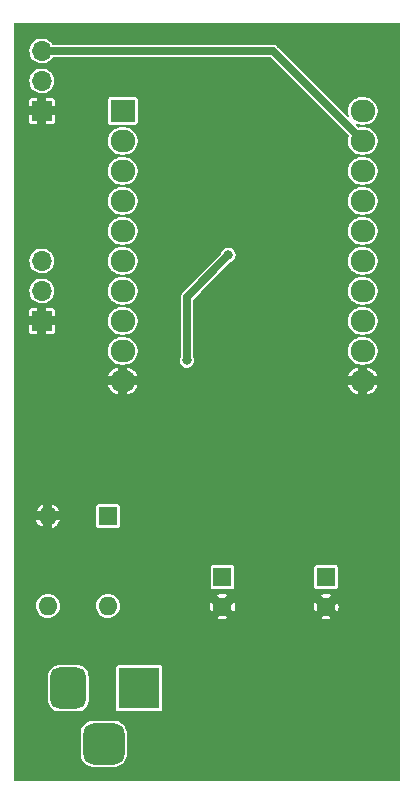
<source format=gbr>
%TF.GenerationSoftware,KiCad,Pcbnew,(6.0.0)*%
%TF.CreationDate,2022-01-07T23:51:12+01:00*%
%TF.ProjectId,50Hz_Monitor,3530487a-5f4d-46f6-9e69-746f722e6b69,rev?*%
%TF.SameCoordinates,Original*%
%TF.FileFunction,Copper,L2,Bot*%
%TF.FilePolarity,Positive*%
%FSLAX46Y46*%
G04 Gerber Fmt 4.6, Leading zero omitted, Abs format (unit mm)*
G04 Created by KiCad (PCBNEW (6.0.0)) date 2022-01-07 23:51:12*
%MOMM*%
%LPD*%
G01*
G04 APERTURE LIST*
G04 Aperture macros list*
%AMRoundRect*
0 Rectangle with rounded corners*
0 $1 Rounding radius*
0 $2 $3 $4 $5 $6 $7 $8 $9 X,Y pos of 4 corners*
0 Add a 4 corners polygon primitive as box body*
4,1,4,$2,$3,$4,$5,$6,$7,$8,$9,$2,$3,0*
0 Add four circle primitives for the rounded corners*
1,1,$1+$1,$2,$3*
1,1,$1+$1,$4,$5*
1,1,$1+$1,$6,$7*
1,1,$1+$1,$8,$9*
0 Add four rect primitives between the rounded corners*
20,1,$1+$1,$2,$3,$4,$5,0*
20,1,$1+$1,$4,$5,$6,$7,0*
20,1,$1+$1,$6,$7,$8,$9,0*
20,1,$1+$1,$8,$9,$2,$3,0*%
G04 Aperture macros list end*
%TA.AperFunction,ComponentPad*%
%ADD10O,2.100000X1.900000*%
%TD*%
%TA.AperFunction,ComponentPad*%
%ADD11R,2.100000X1.900000*%
%TD*%
%TA.AperFunction,ComponentPad*%
%ADD12R,1.600000X1.600000*%
%TD*%
%TA.AperFunction,ComponentPad*%
%ADD13C,1.600000*%
%TD*%
%TA.AperFunction,ComponentPad*%
%ADD14R,3.500000X3.500000*%
%TD*%
%TA.AperFunction,ComponentPad*%
%ADD15RoundRect,0.750000X-0.750000X-1.000000X0.750000X-1.000000X0.750000X1.000000X-0.750000X1.000000X0*%
%TD*%
%TA.AperFunction,ComponentPad*%
%ADD16RoundRect,0.875000X-0.875000X-0.875000X0.875000X-0.875000X0.875000X0.875000X-0.875000X0.875000X0*%
%TD*%
%TA.AperFunction,ComponentPad*%
%ADD17R,1.700000X1.700000*%
%TD*%
%TA.AperFunction,ComponentPad*%
%ADD18O,1.700000X1.700000*%
%TD*%
%TA.AperFunction,ComponentPad*%
%ADD19O,1.600000X1.600000*%
%TD*%
%TA.AperFunction,ViaPad*%
%ADD20C,0.812800*%
%TD*%
%TA.AperFunction,Conductor*%
%ADD21C,0.635000*%
%TD*%
G04 APERTURE END LIST*
D10*
%TO.P,A1,20,TX*%
%TO.N,Net-(A1-Pad20)*%
X130048000Y-88900000D03*
%TO.P,A1,19,RX*%
%TO.N,Net-(A1-Pad19)*%
X130048000Y-91440000D03*
%TO.P,A1,18,5*%
%TO.N,Net-(A1-Pad18)*%
X130048000Y-93980000D03*
%TO.P,A1,17,4*%
%TO.N,unconnected-(A1-Pad17)*%
X130048000Y-96520000D03*
%TO.P,A1,16,0*%
%TO.N,unconnected-(A1-Pad16)*%
X130048000Y-99060000D03*
%TO.P,A1,15,2*%
%TO.N,unconnected-(A1-Pad15)*%
X130048000Y-101600000D03*
%TO.P,A1,14,15*%
%TO.N,unconnected-(A1-Pad14)*%
X130048000Y-104140000D03*
%TO.P,A1,13,3V*%
%TO.N,+3V3*%
X130048000Y-106680000D03*
%TO.P,A1,12,LDO*%
%TO.N,unconnected-(A1-Pad12)*%
X130048000Y-109220000D03*
%TO.P,A1,11,GND*%
%TO.N,GND*%
X130048000Y-111760000D03*
%TO.P,A1,10,GND*%
X109728000Y-111760000D03*
%TO.P,A1,9,VBat*%
%TO.N,unconnected-(A1-Pad9)*%
X109728000Y-109220000D03*
%TO.P,A1,8,V+*%
%TO.N,+5V*%
X109728000Y-106680000D03*
%TO.P,A1,7,13*%
%TO.N,unconnected-(A1-Pad7)*%
X109728000Y-104140000D03*
%TO.P,A1,6,12*%
%TO.N,Net-(A1-Pad6)*%
X109728000Y-101600000D03*
%TO.P,A1,5,14*%
%TO.N,unconnected-(A1-Pad5)*%
X109728000Y-99060000D03*
%TO.P,A1,4,16*%
%TO.N,unconnected-(A1-Pad4)*%
X109728000Y-96520000D03*
%TO.P,A1,3,EN*%
%TO.N,unconnected-(A1-Pad3)*%
X109728000Y-93980000D03*
%TO.P,A1,2,A*%
%TO.N,unconnected-(A1-Pad2)*%
X109728000Y-91440000D03*
D11*
%TO.P,A1,1,~{RST}*%
%TO.N,unconnected-(A1-Pad1)*%
X109728000Y-88900000D03*
%TD*%
D12*
%TO.P,C2,1*%
%TO.N,+12V*%
X126949200Y-128378606D03*
D13*
%TO.P,C2,2*%
%TO.N,GND*%
X126949200Y-130878606D03*
%TD*%
%TO.P,C3,2*%
%TO.N,GND*%
X118160800Y-130878605D03*
D12*
%TO.P,C3,1*%
%TO.N,+12V*%
X118160800Y-128378605D03*
%TD*%
D14*
%TO.P,J1,1*%
%TO.N,Net-(D1-Pad4)*%
X111125000Y-137795000D03*
D15*
%TO.P,J1,2*%
%TO.N,Net-(D1-Pad3)*%
X105125000Y-137795000D03*
D16*
%TO.P,J1,3*%
%TO.N,N/C*%
X108125000Y-142495000D03*
%TD*%
D17*
%TO.P,J2,1,Pin_1*%
%TO.N,GND*%
X102870000Y-88900000D03*
D18*
%TO.P,J2,2,Pin_2*%
%TO.N,Net-(A1-Pad20)*%
X102870000Y-86360000D03*
%TO.P,J2,3,Pin_3*%
%TO.N,Net-(A1-Pad19)*%
X102870000Y-83820000D03*
%TD*%
D17*
%TO.P,J3,1,Pin_1*%
%TO.N,GND*%
X102870000Y-106680000D03*
D18*
%TO.P,J3,2,Pin_2*%
%TO.N,+5V*%
X102870000Y-104140000D03*
%TO.P,J3,3,Pin_3*%
%TO.N,Net-(A1-Pad6)*%
X102870000Y-101600000D03*
%TD*%
D12*
%TO.P,D1,1,+*%
%TO.N,Net-(D1-Pad1)*%
X108470400Y-123190000D03*
D19*
%TO.P,D1,2,-*%
%TO.N,GND*%
X103390400Y-123190000D03*
%TO.P,D1,3*%
%TO.N,Net-(D1-Pad3)*%
X103390400Y-130810000D03*
%TO.P,D1,4*%
%TO.N,Net-(D1-Pad4)*%
X108470400Y-130810000D03*
%TD*%
D20*
%TO.N,Net-(C1-Pad1)*%
X118668800Y-101092000D03*
X115163600Y-110032800D03*
%TD*%
D21*
%TO.N,Net-(A1-Pad19)*%
X122428000Y-83820000D02*
X102870000Y-83820000D01*
X130048000Y-91440000D02*
X122428000Y-83820000D01*
%TO.N,Net-(C1-Pad1)*%
X115189000Y-104648000D02*
X118668800Y-101092000D01*
X115163600Y-110032800D02*
X115189000Y-104648000D01*
%TD*%
%TA.AperFunction,Conductor*%
%TO.N,GND*%
G36*
X133170738Y-81449993D02*
G01*
X133196458Y-81494542D01*
X133197600Y-81507600D01*
X133197600Y-145568400D01*
X133180007Y-145616738D01*
X133135458Y-145642458D01*
X133122400Y-145643600D01*
X100557600Y-145643600D01*
X100509262Y-145626007D01*
X100483542Y-145581458D01*
X100482400Y-145568400D01*
X100482400Y-143452590D01*
X106171300Y-143452590D01*
X106171371Y-143453734D01*
X106173946Y-143495403D01*
X106174241Y-143500181D01*
X106218266Y-143701254D01*
X106299518Y-143890374D01*
X106301526Y-143893334D01*
X106301528Y-143893338D01*
X106413052Y-144057749D01*
X106413056Y-144057754D01*
X106415066Y-144060717D01*
X106560741Y-144206138D01*
X106731286Y-144321388D01*
X106920548Y-144402311D01*
X107121697Y-144445984D01*
X107140791Y-144447118D01*
X107166308Y-144448635D01*
X107166324Y-144448635D01*
X107167410Y-144448700D01*
X109082590Y-144448700D01*
X109106324Y-144447233D01*
X109127289Y-144445938D01*
X109127293Y-144445937D01*
X109130181Y-144445759D01*
X109331254Y-144401734D01*
X109334543Y-144400321D01*
X109517086Y-144321895D01*
X109517089Y-144321893D01*
X109520374Y-144320482D01*
X109523334Y-144318474D01*
X109523338Y-144318472D01*
X109687749Y-144206948D01*
X109687754Y-144206944D01*
X109690717Y-144204934D01*
X109836138Y-144059259D01*
X109951388Y-143888714D01*
X110032311Y-143699452D01*
X110075984Y-143498303D01*
X110077118Y-143479209D01*
X110078635Y-143453692D01*
X110078635Y-143453676D01*
X110078700Y-143452590D01*
X110078700Y-141537410D01*
X110077233Y-141513676D01*
X110075938Y-141492711D01*
X110075937Y-141492707D01*
X110075759Y-141489819D01*
X110031734Y-141288746D01*
X109950482Y-141099626D01*
X109948474Y-141096666D01*
X109948472Y-141096662D01*
X109836948Y-140932251D01*
X109836944Y-140932246D01*
X109834934Y-140929283D01*
X109689259Y-140783862D01*
X109518714Y-140668612D01*
X109329452Y-140587689D01*
X109128303Y-140544016D01*
X109109209Y-140542882D01*
X109083692Y-140541365D01*
X109083676Y-140541365D01*
X109082590Y-140541300D01*
X107167410Y-140541300D01*
X107143676Y-140542767D01*
X107122711Y-140544062D01*
X107122707Y-140544063D01*
X107119819Y-140544241D01*
X106918746Y-140588266D01*
X106915458Y-140589679D01*
X106915457Y-140589679D01*
X106732914Y-140668105D01*
X106732911Y-140668107D01*
X106729626Y-140669518D01*
X106726666Y-140671526D01*
X106726662Y-140671528D01*
X106562251Y-140783052D01*
X106562246Y-140783056D01*
X106559283Y-140785066D01*
X106413862Y-140930741D01*
X106298612Y-141101286D01*
X106217689Y-141290548D01*
X106174016Y-141491697D01*
X106173844Y-141494597D01*
X106171368Y-141536266D01*
X106171300Y-141537410D01*
X106171300Y-143452590D01*
X100482400Y-143452590D01*
X100482400Y-136739893D01*
X103421300Y-136739893D01*
X103421301Y-138850106D01*
X103431532Y-138964757D01*
X103484937Y-139151000D01*
X103574700Y-139322701D01*
X103697155Y-139472845D01*
X103847299Y-139595300D01*
X104019000Y-139685063D01*
X104022659Y-139686112D01*
X104022661Y-139686113D01*
X104201804Y-139737482D01*
X104205243Y-139738468D01*
X104249880Y-139742452D01*
X104318230Y-139748552D01*
X104318239Y-139748552D01*
X104319893Y-139748700D01*
X105125000Y-139748700D01*
X105930106Y-139748699D01*
X106044757Y-139738468D01*
X106124411Y-139715627D01*
X106227339Y-139686113D01*
X106227341Y-139686112D01*
X106231000Y-139685063D01*
X106402701Y-139595300D01*
X106439774Y-139565064D01*
X109171300Y-139565064D01*
X109183119Y-139624480D01*
X109228140Y-139691860D01*
X109295520Y-139736881D01*
X109354936Y-139748700D01*
X112895064Y-139748700D01*
X112954480Y-139736881D01*
X113021860Y-139691860D01*
X113066881Y-139624480D01*
X113078700Y-139565064D01*
X113078700Y-136024936D01*
X113066881Y-135965520D01*
X113021860Y-135898140D01*
X112954480Y-135853119D01*
X112895064Y-135841300D01*
X109354936Y-135841300D01*
X109295520Y-135853119D01*
X109228140Y-135898140D01*
X109183119Y-135965520D01*
X109171300Y-136024936D01*
X109171300Y-139565064D01*
X106439774Y-139565064D01*
X106552845Y-139472845D01*
X106675300Y-139322701D01*
X106765063Y-139151000D01*
X106818468Y-138964757D01*
X106828700Y-138850107D01*
X106828699Y-136739894D01*
X106818468Y-136625243D01*
X106765063Y-136439000D01*
X106675300Y-136267299D01*
X106552845Y-136117155D01*
X106402701Y-135994700D01*
X106231000Y-135904937D01*
X106227341Y-135903888D01*
X106227339Y-135903887D01*
X106048196Y-135852518D01*
X106048195Y-135852518D01*
X106044757Y-135851532D01*
X106000120Y-135847548D01*
X105931770Y-135841448D01*
X105931761Y-135841448D01*
X105930107Y-135841300D01*
X105928440Y-135841300D01*
X105125001Y-135841301D01*
X104319894Y-135841301D01*
X104205243Y-135851532D01*
X104199709Y-135853119D01*
X104022661Y-135903887D01*
X104022659Y-135903888D01*
X104019000Y-135904937D01*
X103847299Y-135994700D01*
X103697155Y-136117155D01*
X103574700Y-136267299D01*
X103484937Y-136439000D01*
X103431532Y-136625243D01*
X103421300Y-136739893D01*
X100482400Y-136739893D01*
X100482400Y-131846789D01*
X117736662Y-131846789D01*
X117737143Y-131848586D01*
X117737788Y-131849169D01*
X117740296Y-131850264D01*
X117929876Y-131911862D01*
X117937024Y-131913434D01*
X118134962Y-131937037D01*
X118142294Y-131937190D01*
X118341043Y-131921897D01*
X118348252Y-131920626D01*
X118540257Y-131867018D01*
X118547079Y-131864371D01*
X118575553Y-131849987D01*
X118578556Y-131846790D01*
X126525062Y-131846790D01*
X126525543Y-131848587D01*
X126526188Y-131849170D01*
X126528696Y-131850265D01*
X126718276Y-131911863D01*
X126725424Y-131913435D01*
X126923362Y-131937038D01*
X126930694Y-131937191D01*
X127129443Y-131921898D01*
X127136652Y-131920627D01*
X127328657Y-131867019D01*
X127335479Y-131864372D01*
X127363953Y-131849988D01*
X127371352Y-131842110D01*
X127371408Y-131841104D01*
X127369211Y-131837433D01*
X126958577Y-131426799D01*
X126948778Y-131422230D01*
X126942787Y-131423835D01*
X126529631Y-131836991D01*
X126525062Y-131846790D01*
X118578556Y-131846790D01*
X118582952Y-131842109D01*
X118583008Y-131841103D01*
X118580811Y-131837432D01*
X118170177Y-131426798D01*
X118160378Y-131422229D01*
X118154387Y-131423834D01*
X117741231Y-131836990D01*
X117736662Y-131846789D01*
X100482400Y-131846789D01*
X100482400Y-130795918D01*
X102381942Y-130795918D01*
X102382250Y-130799586D01*
X102382250Y-130799589D01*
X102387336Y-130860156D01*
X102398413Y-130992064D01*
X102452668Y-131181274D01*
X102542642Y-131356343D01*
X102664906Y-131510602D01*
X102814803Y-131638175D01*
X102818004Y-131639964D01*
X102818007Y-131639966D01*
X102856631Y-131661552D01*
X102986626Y-131734203D01*
X103173827Y-131795029D01*
X103281823Y-131807907D01*
X103365620Y-131817899D01*
X103365622Y-131817899D01*
X103369278Y-131818335D01*
X103565534Y-131803234D01*
X103679484Y-131771419D01*
X103751574Y-131751291D01*
X103751576Y-131751290D01*
X103755119Y-131750301D01*
X103930811Y-131661552D01*
X104085920Y-131540368D01*
X104111613Y-131510602D01*
X104212131Y-131394151D01*
X104212134Y-131394147D01*
X104214536Y-131391364D01*
X104286350Y-131264950D01*
X104309945Y-131223416D01*
X104309946Y-131223414D01*
X104311762Y-131220217D01*
X104342827Y-131126831D01*
X104372731Y-131036938D01*
X104372732Y-131036935D01*
X104373893Y-131033444D01*
X104398563Y-130838161D01*
X104398956Y-130810000D01*
X104397575Y-130795918D01*
X107461942Y-130795918D01*
X107462250Y-130799586D01*
X107462250Y-130799589D01*
X107467336Y-130860156D01*
X107478413Y-130992064D01*
X107532668Y-131181274D01*
X107622642Y-131356343D01*
X107744906Y-131510602D01*
X107894803Y-131638175D01*
X107898004Y-131639964D01*
X107898007Y-131639966D01*
X107936631Y-131661552D01*
X108066626Y-131734203D01*
X108253827Y-131795029D01*
X108361823Y-131807907D01*
X108445620Y-131817899D01*
X108445622Y-131817899D01*
X108449278Y-131818335D01*
X108645534Y-131803234D01*
X108759484Y-131771419D01*
X108831574Y-131751291D01*
X108831576Y-131751290D01*
X108835119Y-131750301D01*
X109010811Y-131661552D01*
X109165920Y-131540368D01*
X109191613Y-131510602D01*
X109292131Y-131394151D01*
X109292134Y-131394147D01*
X109294536Y-131391364D01*
X109366350Y-131264950D01*
X109389945Y-131223416D01*
X109389946Y-131223414D01*
X109391762Y-131220217D01*
X109422827Y-131126831D01*
X109452731Y-131036938D01*
X109452732Y-131036935D01*
X109453893Y-131033444D01*
X109474858Y-130867489D01*
X117102111Y-130867489D01*
X117118791Y-131066126D01*
X117120113Y-131073328D01*
X117175060Y-131264949D01*
X117177756Y-131271759D01*
X117189033Y-131293701D01*
X117196965Y-131301046D01*
X117198112Y-131301102D01*
X117201578Y-131299011D01*
X117612607Y-130887982D01*
X117616782Y-130879027D01*
X118704424Y-130879027D01*
X118706029Y-130885018D01*
X119119472Y-131298461D01*
X119128097Y-131302483D01*
X119132673Y-131296344D01*
X119192419Y-131116741D01*
X119194042Y-131109596D01*
X119219223Y-130910267D01*
X119219516Y-130906074D01*
X119219871Y-130880704D01*
X119219695Y-130876512D01*
X119218810Y-130867490D01*
X125890511Y-130867490D01*
X125907191Y-131066127D01*
X125908513Y-131073329D01*
X125963460Y-131264950D01*
X125966156Y-131271760D01*
X125977433Y-131293702D01*
X125985365Y-131301047D01*
X125986512Y-131301103D01*
X125989978Y-131299012D01*
X126401007Y-130887983D01*
X126405182Y-130879028D01*
X127492824Y-130879028D01*
X127494429Y-130885019D01*
X127907872Y-131298462D01*
X127916497Y-131302484D01*
X127921073Y-131296345D01*
X127980819Y-131116742D01*
X127982442Y-131109597D01*
X128007623Y-130910268D01*
X128007916Y-130906075D01*
X128008271Y-130880705D01*
X128008095Y-130876513D01*
X127988490Y-130676559D01*
X127987064Y-130669363D01*
X127929450Y-130478534D01*
X127926661Y-130471768D01*
X127921846Y-130462712D01*
X127913810Y-130455476D01*
X127912378Y-130455426D01*
X127909325Y-130457297D01*
X127497393Y-130869229D01*
X127492824Y-130879028D01*
X126405182Y-130879028D01*
X126405576Y-130878184D01*
X126403971Y-130872193D01*
X125991299Y-130459521D01*
X125981500Y-130454952D01*
X125979838Y-130455397D01*
X125977763Y-130457710D01*
X125977517Y-130458158D01*
X125974631Y-130464891D01*
X125914357Y-130654900D01*
X125912834Y-130662065D01*
X125890614Y-130860157D01*
X125890511Y-130867490D01*
X119218810Y-130867490D01*
X119200090Y-130676558D01*
X119198664Y-130669362D01*
X119141050Y-130478533D01*
X119138261Y-130471767D01*
X119133446Y-130462711D01*
X119125410Y-130455475D01*
X119123978Y-130455425D01*
X119120925Y-130457296D01*
X118708993Y-130869228D01*
X118704424Y-130879027D01*
X117616782Y-130879027D01*
X117617176Y-130878183D01*
X117615571Y-130872192D01*
X117202899Y-130459520D01*
X117193100Y-130454951D01*
X117191438Y-130455396D01*
X117189363Y-130457709D01*
X117189117Y-130458157D01*
X117186231Y-130464890D01*
X117125957Y-130654899D01*
X117124434Y-130662064D01*
X117102214Y-130860156D01*
X117102111Y-130867489D01*
X109474858Y-130867489D01*
X109478563Y-130838161D01*
X109478956Y-130810000D01*
X109465872Y-130676558D01*
X109460108Y-130617771D01*
X109460107Y-130617767D01*
X109459748Y-130614104D01*
X109402856Y-130425669D01*
X109310448Y-130251874D01*
X109186042Y-130099337D01*
X109034377Y-129973869D01*
X108926781Y-129915692D01*
X117737980Y-129915692D01*
X117739961Y-129918950D01*
X118151423Y-130330412D01*
X118161222Y-130334981D01*
X118167213Y-130333376D01*
X118579438Y-129921151D01*
X118581983Y-129915693D01*
X126526380Y-129915693D01*
X126528361Y-129918951D01*
X126939823Y-130330413D01*
X126949622Y-130334982D01*
X126955613Y-130333377D01*
X127367838Y-129921152D01*
X127372407Y-129911353D01*
X127371999Y-129909829D01*
X127369504Y-129907606D01*
X127362847Y-129904007D01*
X127356110Y-129901175D01*
X127165674Y-129842225D01*
X127158505Y-129840754D01*
X126960249Y-129819916D01*
X126952936Y-129819865D01*
X126754403Y-129837933D01*
X126747215Y-129839305D01*
X126555987Y-129895586D01*
X126549192Y-129898331D01*
X126533724Y-129906418D01*
X126526434Y-129914402D01*
X126526380Y-129915693D01*
X118581983Y-129915693D01*
X118584007Y-129911352D01*
X118583599Y-129909828D01*
X118581104Y-129907605D01*
X118574447Y-129904006D01*
X118567710Y-129901174D01*
X118377274Y-129842224D01*
X118370105Y-129840753D01*
X118171849Y-129819915D01*
X118164536Y-129819864D01*
X117966003Y-129837932D01*
X117958815Y-129839304D01*
X117767587Y-129895585D01*
X117760792Y-129898330D01*
X117745324Y-129906417D01*
X117738034Y-129914401D01*
X117737980Y-129915692D01*
X108926781Y-129915692D01*
X108861231Y-129880249D01*
X108816732Y-129866475D01*
X108676711Y-129823131D01*
X108676707Y-129823130D01*
X108673198Y-129822044D01*
X108537684Y-129807801D01*
X108481096Y-129801853D01*
X108481094Y-129801853D01*
X108477441Y-129801469D01*
X108379428Y-129810388D01*
X108285073Y-129818975D01*
X108285072Y-129818975D01*
X108281415Y-129819308D01*
X108277890Y-129820345D01*
X108277887Y-129820346D01*
X108096117Y-129873844D01*
X108096114Y-129873845D01*
X108092588Y-129874883D01*
X108089330Y-129876586D01*
X108089328Y-129876587D01*
X107921415Y-129964370D01*
X107918152Y-129966076D01*
X107915283Y-129968382D01*
X107915284Y-129968382D01*
X107767615Y-130087110D01*
X107767612Y-130087113D01*
X107764750Y-130089414D01*
X107638227Y-130240199D01*
X107543401Y-130412688D01*
X107542289Y-130416192D01*
X107542289Y-130416193D01*
X107539283Y-130425669D01*
X107483883Y-130600309D01*
X107461942Y-130795918D01*
X104397575Y-130795918D01*
X104385872Y-130676558D01*
X104380108Y-130617771D01*
X104380107Y-130617767D01*
X104379748Y-130614104D01*
X104322856Y-130425669D01*
X104230448Y-130251874D01*
X104106042Y-130099337D01*
X103954377Y-129973869D01*
X103781231Y-129880249D01*
X103736732Y-129866475D01*
X103596711Y-129823131D01*
X103596707Y-129823130D01*
X103593198Y-129822044D01*
X103457684Y-129807801D01*
X103401096Y-129801853D01*
X103401094Y-129801853D01*
X103397441Y-129801469D01*
X103299428Y-129810388D01*
X103205073Y-129818975D01*
X103205072Y-129818975D01*
X103201415Y-129819308D01*
X103197890Y-129820345D01*
X103197887Y-129820346D01*
X103016117Y-129873844D01*
X103016114Y-129873845D01*
X103012588Y-129874883D01*
X103009330Y-129876586D01*
X103009328Y-129876587D01*
X102841415Y-129964370D01*
X102838152Y-129966076D01*
X102835283Y-129968382D01*
X102835284Y-129968382D01*
X102687615Y-130087110D01*
X102687612Y-130087113D01*
X102684750Y-130089414D01*
X102558227Y-130240199D01*
X102463401Y-130412688D01*
X102462289Y-130416192D01*
X102462289Y-130416193D01*
X102459283Y-130425669D01*
X102403883Y-130600309D01*
X102381942Y-130795918D01*
X100482400Y-130795918D01*
X100482400Y-129198669D01*
X117157100Y-129198669D01*
X117168919Y-129258085D01*
X117213940Y-129325465D01*
X117220097Y-129329579D01*
X117248236Y-129348380D01*
X117281320Y-129370486D01*
X117340736Y-129382305D01*
X118980864Y-129382305D01*
X119040280Y-129370486D01*
X119073365Y-129348380D01*
X119101503Y-129329579D01*
X119107660Y-129325465D01*
X119152681Y-129258085D01*
X119164500Y-129198670D01*
X125945500Y-129198670D01*
X125957319Y-129258086D01*
X126002340Y-129325466D01*
X126069720Y-129370487D01*
X126129136Y-129382306D01*
X127769264Y-129382306D01*
X127828680Y-129370487D01*
X127896060Y-129325466D01*
X127941081Y-129258086D01*
X127952900Y-129198670D01*
X127952900Y-127558542D01*
X127941081Y-127499126D01*
X127896060Y-127431746D01*
X127889902Y-127427631D01*
X127834840Y-127390841D01*
X127828680Y-127386725D01*
X127769264Y-127374906D01*
X126129136Y-127374906D01*
X126069720Y-127386725D01*
X126063560Y-127390841D01*
X126008499Y-127427631D01*
X126002340Y-127431746D01*
X125957319Y-127499126D01*
X125945500Y-127558542D01*
X125945500Y-129198670D01*
X119164500Y-129198670D01*
X119164500Y-129198669D01*
X119164500Y-127558541D01*
X119152681Y-127499125D01*
X119107660Y-127431745D01*
X119040280Y-127386724D01*
X118980864Y-127374905D01*
X117340736Y-127374905D01*
X117281320Y-127386724D01*
X117213940Y-127431745D01*
X117168919Y-127499125D01*
X117157100Y-127558541D01*
X117157100Y-129198669D01*
X100482400Y-129198669D01*
X100482400Y-123576249D01*
X102405333Y-123576249D01*
X102405441Y-123578317D01*
X102407358Y-123583157D01*
X102498475Y-123760451D01*
X102502441Y-123766606D01*
X102626266Y-123922835D01*
X102631342Y-123928091D01*
X102783163Y-124057301D01*
X102789161Y-124061470D01*
X102963179Y-124158726D01*
X102969892Y-124161658D01*
X102996789Y-124170397D01*
X103007593Y-124170020D01*
X103008394Y-124169298D01*
X103009400Y-124165264D01*
X103009400Y-124164723D01*
X103771400Y-124164723D01*
X103775097Y-124174880D01*
X103776650Y-124175777D01*
X103776680Y-124175766D01*
X103954610Y-124085887D01*
X103960793Y-124081963D01*
X104052819Y-124010064D01*
X107466700Y-124010064D01*
X107478519Y-124069480D01*
X107523540Y-124136860D01*
X107590920Y-124181881D01*
X107650336Y-124193700D01*
X109290464Y-124193700D01*
X109349880Y-124181881D01*
X109417260Y-124136860D01*
X109462281Y-124069480D01*
X109474100Y-124010064D01*
X109474100Y-122369936D01*
X109462281Y-122310520D01*
X109417260Y-122243140D01*
X109349880Y-122198119D01*
X109290464Y-122186300D01*
X107650336Y-122186300D01*
X107590920Y-122198119D01*
X107523540Y-122243140D01*
X107478519Y-122310520D01*
X107466700Y-122369936D01*
X107466700Y-124010064D01*
X104052819Y-124010064D01*
X104117877Y-123959235D01*
X104123180Y-123954185D01*
X104253433Y-123803285D01*
X104257655Y-123797300D01*
X104356119Y-123623974D01*
X104359098Y-123617281D01*
X104370308Y-123583584D01*
X104370006Y-123572776D01*
X104369386Y-123572078D01*
X104365126Y-123571000D01*
X103784659Y-123571000D01*
X103774502Y-123574697D01*
X103771400Y-123580069D01*
X103771400Y-124164723D01*
X103009400Y-124164723D01*
X103009400Y-123584259D01*
X103005703Y-123574102D01*
X103000331Y-123571000D01*
X102416386Y-123571000D01*
X102406229Y-123574697D01*
X102405333Y-123576249D01*
X100482400Y-123576249D01*
X100482400Y-122796361D01*
X102409462Y-122796361D01*
X102409915Y-122807160D01*
X102410740Y-122808063D01*
X102414554Y-122809000D01*
X102996141Y-122809000D01*
X103006298Y-122805303D01*
X103009400Y-122799931D01*
X103009400Y-122795741D01*
X103771400Y-122795741D01*
X103775097Y-122805898D01*
X103780469Y-122809000D01*
X104363149Y-122809000D01*
X104373306Y-122805303D01*
X104374059Y-122803999D01*
X104373854Y-122800540D01*
X104370650Y-122789929D01*
X104367862Y-122783164D01*
X104274271Y-122607146D01*
X104270227Y-122601058D01*
X104144232Y-122446574D01*
X104139069Y-122441375D01*
X103985472Y-122314308D01*
X103979410Y-122310219D01*
X103804053Y-122215404D01*
X103797302Y-122212567D01*
X103784066Y-122208470D01*
X103773270Y-122208998D01*
X103772269Y-122209925D01*
X103771400Y-122213516D01*
X103771400Y-122795741D01*
X103009400Y-122795741D01*
X103009400Y-122216645D01*
X103005703Y-122206488D01*
X103004273Y-122205662D01*
X103001053Y-122205842D01*
X102997181Y-122206982D01*
X102990397Y-122209723D01*
X102813730Y-122302082D01*
X102807612Y-122306086D01*
X102652258Y-122430993D01*
X102647018Y-122436125D01*
X102518886Y-122588825D01*
X102514750Y-122594866D01*
X102418718Y-122769549D01*
X102415831Y-122776285D01*
X102409462Y-122796361D01*
X100482400Y-122796361D01*
X100482400Y-112144930D01*
X108488114Y-112144930D01*
X108488602Y-112150365D01*
X108535439Y-112277322D01*
X108538396Y-112283520D01*
X108648007Y-112467760D01*
X108652045Y-112473318D01*
X108793395Y-112634497D01*
X108798381Y-112639228D01*
X108966740Y-112771953D01*
X108972495Y-112775690D01*
X109162228Y-112875513D01*
X109168560Y-112878136D01*
X109334338Y-112929611D01*
X109345133Y-112929093D01*
X109346122Y-112928178D01*
X109347000Y-112924558D01*
X109347000Y-112918547D01*
X110109000Y-112918547D01*
X110112697Y-112928704D01*
X110114328Y-112929646D01*
X110117163Y-112929504D01*
X110258012Y-112889780D01*
X110264411Y-112887323D01*
X110456690Y-112792502D01*
X110462548Y-112788912D01*
X110634321Y-112660644D01*
X110639425Y-112656048D01*
X110784952Y-112498618D01*
X110789127Y-112493178D01*
X110903530Y-112311858D01*
X110906646Y-112305744D01*
X110967458Y-112153317D01*
X110967714Y-112144930D01*
X128808114Y-112144930D01*
X128808602Y-112150365D01*
X128855439Y-112277322D01*
X128858396Y-112283520D01*
X128968007Y-112467760D01*
X128972045Y-112473318D01*
X129113395Y-112634497D01*
X129118381Y-112639228D01*
X129286740Y-112771953D01*
X129292495Y-112775690D01*
X129482228Y-112875513D01*
X129488560Y-112878136D01*
X129654338Y-112929611D01*
X129665133Y-112929093D01*
X129666122Y-112928178D01*
X129667000Y-112924558D01*
X129667000Y-112918547D01*
X130429000Y-112918547D01*
X130432697Y-112928704D01*
X130434328Y-112929646D01*
X130437163Y-112929504D01*
X130578012Y-112889780D01*
X130584411Y-112887323D01*
X130776690Y-112792502D01*
X130782548Y-112788912D01*
X130954321Y-112660644D01*
X130959425Y-112656048D01*
X131104952Y-112498618D01*
X131109127Y-112493178D01*
X131223530Y-112311858D01*
X131226646Y-112305744D01*
X131287458Y-112153317D01*
X131287783Y-112142677D01*
X131281885Y-112141000D01*
X130442259Y-112141000D01*
X130432102Y-112144697D01*
X130429000Y-112150069D01*
X130429000Y-112918547D01*
X129667000Y-112918547D01*
X129667000Y-112154259D01*
X129663303Y-112144102D01*
X129657931Y-112141000D01*
X128818406Y-112141000D01*
X128808249Y-112144697D01*
X128808114Y-112144930D01*
X110967714Y-112144930D01*
X110967783Y-112142677D01*
X110961885Y-112141000D01*
X110122259Y-112141000D01*
X110112102Y-112144697D01*
X110109000Y-112150069D01*
X110109000Y-112918547D01*
X109347000Y-112918547D01*
X109347000Y-112154259D01*
X109343303Y-112144102D01*
X109337931Y-112141000D01*
X108498406Y-112141000D01*
X108488249Y-112144697D01*
X108488114Y-112144930D01*
X100482400Y-112144930D01*
X100482400Y-111377323D01*
X108488217Y-111377323D01*
X108494115Y-111379000D01*
X109333741Y-111379000D01*
X109343898Y-111375303D01*
X109347000Y-111369931D01*
X109347000Y-111365741D01*
X110109000Y-111365741D01*
X110112697Y-111375898D01*
X110118069Y-111379000D01*
X110957594Y-111379000D01*
X110962201Y-111377323D01*
X128808217Y-111377323D01*
X128814115Y-111379000D01*
X129653741Y-111379000D01*
X129663898Y-111375303D01*
X129667000Y-111369931D01*
X129667000Y-111365741D01*
X130429000Y-111365741D01*
X130432697Y-111375898D01*
X130438069Y-111379000D01*
X131277594Y-111379000D01*
X131287751Y-111375303D01*
X131287886Y-111375070D01*
X131287398Y-111369635D01*
X131240561Y-111242678D01*
X131237604Y-111236480D01*
X131127993Y-111052240D01*
X131123955Y-111046682D01*
X130982605Y-110885503D01*
X130977619Y-110880772D01*
X130809260Y-110748047D01*
X130803505Y-110744310D01*
X130613772Y-110644487D01*
X130607440Y-110641864D01*
X130441662Y-110590389D01*
X130430867Y-110590907D01*
X130429878Y-110591822D01*
X130429000Y-110595442D01*
X130429000Y-111365741D01*
X129667000Y-111365741D01*
X129667000Y-110601453D01*
X129663303Y-110591296D01*
X129661672Y-110590354D01*
X129658837Y-110590496D01*
X129517988Y-110630220D01*
X129511589Y-110632677D01*
X129319310Y-110727498D01*
X129313452Y-110731088D01*
X129141679Y-110859356D01*
X129136575Y-110863952D01*
X128991048Y-111021382D01*
X128986873Y-111026822D01*
X128872470Y-111208142D01*
X128869354Y-111214256D01*
X128808542Y-111366683D01*
X128808217Y-111377323D01*
X110962201Y-111377323D01*
X110967751Y-111375303D01*
X110967886Y-111375070D01*
X110967398Y-111369635D01*
X110920561Y-111242678D01*
X110917604Y-111236480D01*
X110807993Y-111052240D01*
X110803955Y-111046682D01*
X110662605Y-110885503D01*
X110657619Y-110880772D01*
X110489260Y-110748047D01*
X110483505Y-110744310D01*
X110293772Y-110644487D01*
X110287440Y-110641864D01*
X110121662Y-110590389D01*
X110110867Y-110590907D01*
X110109878Y-110591822D01*
X110109000Y-110595442D01*
X110109000Y-111365741D01*
X109347000Y-111365741D01*
X109347000Y-110601453D01*
X109343303Y-110591296D01*
X109341672Y-110590354D01*
X109338837Y-110590496D01*
X109197988Y-110630220D01*
X109191589Y-110632677D01*
X108999310Y-110727498D01*
X108993452Y-110731088D01*
X108821679Y-110859356D01*
X108816575Y-110863952D01*
X108671048Y-111021382D01*
X108666873Y-111026822D01*
X108552470Y-111208142D01*
X108549354Y-111214256D01*
X108488542Y-111366683D01*
X108488217Y-111377323D01*
X100482400Y-111377323D01*
X100482400Y-109310906D01*
X108472929Y-109310906D01*
X108508837Y-109519879D01*
X108582226Y-109718809D01*
X108690638Y-109901033D01*
X108692912Y-109903626D01*
X108806195Y-110032800D01*
X108830443Y-110060450D01*
X108833150Y-110062584D01*
X108833152Y-110062586D01*
X108994253Y-110189588D01*
X108994256Y-110189590D01*
X108996958Y-110191720D01*
X109000005Y-110193323D01*
X109000008Y-110193325D01*
X109027722Y-110207906D01*
X109184607Y-110290447D01*
X109187892Y-110291467D01*
X109383816Y-110352303D01*
X109383819Y-110352304D01*
X109387105Y-110353324D01*
X109390525Y-110353729D01*
X109390526Y-110353729D01*
X109424963Y-110357805D01*
X109559261Y-110373700D01*
X109881793Y-110373700D01*
X109883487Y-110373544D01*
X109883494Y-110373544D01*
X109944374Y-110367950D01*
X110039146Y-110359241D01*
X110243221Y-110301686D01*
X110246309Y-110300163D01*
X110246312Y-110300162D01*
X110340422Y-110253752D01*
X110433389Y-110207906D01*
X110603283Y-110081040D01*
X110653825Y-110026364D01*
X114549053Y-110026364D01*
X114549550Y-110030866D01*
X114549550Y-110030870D01*
X114555089Y-110081040D01*
X114565257Y-110173140D01*
X114566813Y-110177392D01*
X114566814Y-110177396D01*
X114577979Y-110207906D01*
X114616004Y-110311814D01*
X114618532Y-110315576D01*
X114643898Y-110353324D01*
X114698365Y-110434380D01*
X114701719Y-110437431D01*
X114701719Y-110437432D01*
X114804228Y-110530708D01*
X114804231Y-110530710D01*
X114807585Y-110533762D01*
X114811571Y-110535926D01*
X114811572Y-110535927D01*
X114911814Y-110590354D01*
X114937358Y-110604223D01*
X114941737Y-110605372D01*
X114941740Y-110605373D01*
X115033293Y-110629391D01*
X115080192Y-110641695D01*
X115134729Y-110642552D01*
X115223309Y-110643943D01*
X115223310Y-110643943D01*
X115227841Y-110644014D01*
X115232258Y-110643002D01*
X115232261Y-110643002D01*
X115367359Y-110612060D01*
X115371782Y-110611047D01*
X115503704Y-110544698D01*
X115615991Y-110448795D01*
X115669952Y-110373700D01*
X115699515Y-110332560D01*
X115699517Y-110332557D01*
X115702161Y-110328877D01*
X115757240Y-110191865D01*
X115778046Y-110045671D01*
X115778181Y-110032800D01*
X115764825Y-109922426D01*
X115760986Y-109890704D01*
X115760986Y-109890702D01*
X115760441Y-109886202D01*
X115758838Y-109881959D01*
X115709848Y-109752311D01*
X115709847Y-109752309D01*
X115708244Y-109748067D01*
X115699635Y-109735541D01*
X115686410Y-109692592D01*
X115687103Y-109545686D01*
X115688210Y-109310906D01*
X128792929Y-109310906D01*
X128828837Y-109519879D01*
X128902226Y-109718809D01*
X129010638Y-109901033D01*
X129012912Y-109903626D01*
X129126195Y-110032800D01*
X129150443Y-110060450D01*
X129153150Y-110062584D01*
X129153152Y-110062586D01*
X129314253Y-110189588D01*
X129314256Y-110189590D01*
X129316958Y-110191720D01*
X129320005Y-110193323D01*
X129320008Y-110193325D01*
X129347722Y-110207906D01*
X129504607Y-110290447D01*
X129507892Y-110291467D01*
X129703816Y-110352303D01*
X129703819Y-110352304D01*
X129707105Y-110353324D01*
X129710525Y-110353729D01*
X129710526Y-110353729D01*
X129744963Y-110357805D01*
X129879261Y-110373700D01*
X130201793Y-110373700D01*
X130203487Y-110373544D01*
X130203494Y-110373544D01*
X130264374Y-110367950D01*
X130359146Y-110359241D01*
X130563221Y-110301686D01*
X130566309Y-110300163D01*
X130566312Y-110300162D01*
X130660422Y-110253752D01*
X130753389Y-110207906D01*
X130923283Y-110081040D01*
X131067213Y-109925337D01*
X131084419Y-109898068D01*
X131176384Y-109752311D01*
X131180358Y-109746013D01*
X131181634Y-109742816D01*
X131181636Y-109742811D01*
X131257650Y-109552281D01*
X131257651Y-109552278D01*
X131258930Y-109549072D01*
X131264095Y-109523109D01*
X131299623Y-109344494D01*
X131300296Y-109341111D01*
X131303071Y-109129094D01*
X131267163Y-108920121D01*
X131193774Y-108721191D01*
X131085362Y-108538967D01*
X130945557Y-108379550D01*
X130916821Y-108356896D01*
X130781747Y-108250412D01*
X130781744Y-108250410D01*
X130779042Y-108248280D01*
X130775995Y-108246677D01*
X130775992Y-108246675D01*
X130594440Y-108151156D01*
X130594439Y-108151156D01*
X130591393Y-108149553D01*
X130577471Y-108145230D01*
X130392184Y-108087697D01*
X130392181Y-108087696D01*
X130388895Y-108086676D01*
X130385475Y-108086271D01*
X130385474Y-108086271D01*
X130346811Y-108081695D01*
X130216739Y-108066300D01*
X129894207Y-108066300D01*
X129892513Y-108066456D01*
X129892506Y-108066456D01*
X129831626Y-108072050D01*
X129736854Y-108080759D01*
X129532779Y-108138314D01*
X129529691Y-108139837D01*
X129529688Y-108139838D01*
X129435578Y-108186248D01*
X129342611Y-108232094D01*
X129172717Y-108358960D01*
X129028787Y-108514663D01*
X129026952Y-108517572D01*
X129026950Y-108517574D01*
X128993230Y-108571017D01*
X128915642Y-108693987D01*
X128914366Y-108697184D01*
X128914364Y-108697189D01*
X128903498Y-108724425D01*
X128837070Y-108890928D01*
X128836397Y-108894309D01*
X128836396Y-108894314D01*
X128831263Y-108920121D01*
X128795704Y-109098889D01*
X128792929Y-109310906D01*
X115688210Y-109310906D01*
X115700192Y-106770906D01*
X128792929Y-106770906D01*
X128828837Y-106979879D01*
X128902226Y-107178809D01*
X129010638Y-107361033D01*
X129150443Y-107520450D01*
X129153150Y-107522584D01*
X129153152Y-107522586D01*
X129314253Y-107649588D01*
X129314256Y-107649590D01*
X129316958Y-107651720D01*
X129320005Y-107653323D01*
X129320008Y-107653325D01*
X129347722Y-107667906D01*
X129504607Y-107750447D01*
X129507892Y-107751467D01*
X129703816Y-107812303D01*
X129703819Y-107812304D01*
X129707105Y-107813324D01*
X129710525Y-107813729D01*
X129710526Y-107813729D01*
X129744963Y-107817805D01*
X129879261Y-107833700D01*
X130201793Y-107833700D01*
X130203487Y-107833544D01*
X130203494Y-107833544D01*
X130264374Y-107827950D01*
X130359146Y-107819241D01*
X130563221Y-107761686D01*
X130566309Y-107760163D01*
X130566312Y-107760162D01*
X130674175Y-107706970D01*
X130753389Y-107667906D01*
X130923283Y-107541040D01*
X131067213Y-107385337D01*
X131084419Y-107358068D01*
X131102770Y-107328983D01*
X131180358Y-107206013D01*
X131181634Y-107202816D01*
X131181636Y-107202811D01*
X131257650Y-107012281D01*
X131257651Y-107012278D01*
X131258930Y-107009072D01*
X131264095Y-106983109D01*
X131299623Y-106804494D01*
X131300296Y-106801111D01*
X131303071Y-106589094D01*
X131267163Y-106380121D01*
X131193774Y-106181191D01*
X131085362Y-105998967D01*
X130945557Y-105839550D01*
X130906400Y-105808681D01*
X130781747Y-105710412D01*
X130781744Y-105710410D01*
X130779042Y-105708280D01*
X130775995Y-105706677D01*
X130775992Y-105706675D01*
X130594440Y-105611156D01*
X130594439Y-105611156D01*
X130591393Y-105609553D01*
X130577471Y-105605230D01*
X130392184Y-105547697D01*
X130392181Y-105547696D01*
X130388895Y-105546676D01*
X130385475Y-105546271D01*
X130385474Y-105546271D01*
X130346811Y-105541695D01*
X130216739Y-105526300D01*
X129894207Y-105526300D01*
X129892513Y-105526456D01*
X129892506Y-105526456D01*
X129831626Y-105532050D01*
X129736854Y-105540759D01*
X129532779Y-105598314D01*
X129529691Y-105599837D01*
X129529688Y-105599838D01*
X129442643Y-105642764D01*
X129342611Y-105692094D01*
X129172717Y-105818960D01*
X129028787Y-105974663D01*
X129026952Y-105977572D01*
X129026950Y-105977574D01*
X128993230Y-106031017D01*
X128915642Y-106153987D01*
X128914366Y-106157184D01*
X128914364Y-106157189D01*
X128903498Y-106184425D01*
X128837070Y-106350928D01*
X128836397Y-106354309D01*
X128836396Y-106354314D01*
X128831263Y-106380121D01*
X128795704Y-106558889D01*
X128792929Y-106770906D01*
X115700192Y-106770906D01*
X115709054Y-104892077D01*
X115726875Y-104843824D01*
X115730506Y-104839838D01*
X115821232Y-104747126D01*
X116326390Y-104230906D01*
X128792929Y-104230906D01*
X128793512Y-104234297D01*
X128793512Y-104234301D01*
X128821076Y-104394715D01*
X128828837Y-104439879D01*
X128902226Y-104638809D01*
X129010638Y-104821033D01*
X129012912Y-104823626D01*
X129085812Y-104906752D01*
X129150443Y-104980450D01*
X129153150Y-104982584D01*
X129153152Y-104982586D01*
X129314253Y-105109588D01*
X129314256Y-105109590D01*
X129316958Y-105111720D01*
X129320005Y-105113323D01*
X129320008Y-105113325D01*
X129451891Y-105182712D01*
X129504607Y-105210447D01*
X129507892Y-105211467D01*
X129703816Y-105272303D01*
X129703819Y-105272304D01*
X129707105Y-105273324D01*
X129710525Y-105273729D01*
X129710526Y-105273729D01*
X129744963Y-105277805D01*
X129879261Y-105293700D01*
X130201793Y-105293700D01*
X130203487Y-105293544D01*
X130203494Y-105293544D01*
X130264374Y-105287950D01*
X130359146Y-105279241D01*
X130563221Y-105221686D01*
X130566309Y-105220163D01*
X130566312Y-105220162D01*
X130662024Y-105172962D01*
X130753389Y-105127906D01*
X130923283Y-105001040D01*
X131067213Y-104845337D01*
X131084419Y-104818068D01*
X131102770Y-104788983D01*
X131180358Y-104666013D01*
X131181634Y-104662816D01*
X131181636Y-104662811D01*
X131257650Y-104472281D01*
X131257651Y-104472278D01*
X131258930Y-104469072D01*
X131264095Y-104443109D01*
X131298058Y-104272361D01*
X131300296Y-104261111D01*
X131303071Y-104049094D01*
X131280866Y-103919864D01*
X131267746Y-103843513D01*
X131267746Y-103843511D01*
X131267163Y-103840121D01*
X131193774Y-103641191D01*
X131085362Y-103458967D01*
X131030832Y-103396787D01*
X130947833Y-103302145D01*
X130947832Y-103302144D01*
X130945557Y-103299550D01*
X130916821Y-103276896D01*
X130781747Y-103170412D01*
X130781744Y-103170410D01*
X130779042Y-103168280D01*
X130775995Y-103166677D01*
X130775992Y-103166675D01*
X130594440Y-103071156D01*
X130594439Y-103071156D01*
X130591393Y-103069553D01*
X130577471Y-103065230D01*
X130392184Y-103007697D01*
X130392181Y-103007696D01*
X130388895Y-103006676D01*
X130385475Y-103006271D01*
X130385474Y-103006271D01*
X130346811Y-103001695D01*
X130216739Y-102986300D01*
X129894207Y-102986300D01*
X129892513Y-102986456D01*
X129892506Y-102986456D01*
X129831626Y-102992050D01*
X129736854Y-103000759D01*
X129532779Y-103058314D01*
X129529691Y-103059837D01*
X129529688Y-103059838D01*
X129485535Y-103081612D01*
X129342611Y-103152094D01*
X129172717Y-103278960D01*
X129028787Y-103434663D01*
X129026952Y-103437572D01*
X129026950Y-103437574D01*
X128993230Y-103491017D01*
X128915642Y-103613987D01*
X128914366Y-103617184D01*
X128914364Y-103617189D01*
X128865350Y-103740044D01*
X128837070Y-103810928D01*
X128836397Y-103814309D01*
X128836396Y-103814314D01*
X128815401Y-103919864D01*
X128795704Y-104018889D01*
X128792929Y-104230906D01*
X116326390Y-104230906D01*
X118803794Y-101699252D01*
X118818690Y-101690906D01*
X128792929Y-101690906D01*
X128793512Y-101694297D01*
X128793512Y-101694301D01*
X128816988Y-101830924D01*
X128828837Y-101899879D01*
X128902226Y-102098809D01*
X129010638Y-102281033D01*
X129012912Y-102283626D01*
X129085812Y-102366752D01*
X129150443Y-102440450D01*
X129153150Y-102442584D01*
X129153152Y-102442586D01*
X129314253Y-102569588D01*
X129314256Y-102569590D01*
X129316958Y-102571720D01*
X129320005Y-102573323D01*
X129320008Y-102573325D01*
X129451891Y-102642712D01*
X129504607Y-102670447D01*
X129507892Y-102671467D01*
X129703816Y-102732303D01*
X129703819Y-102732304D01*
X129707105Y-102733324D01*
X129710525Y-102733729D01*
X129710526Y-102733729D01*
X129744963Y-102737805D01*
X129879261Y-102753700D01*
X130201793Y-102753700D01*
X130203487Y-102753544D01*
X130203494Y-102753544D01*
X130264374Y-102747950D01*
X130359146Y-102739241D01*
X130563221Y-102681686D01*
X130566309Y-102680163D01*
X130566312Y-102680162D01*
X130662024Y-102632962D01*
X130753389Y-102587906D01*
X130923283Y-102461040D01*
X131067213Y-102305337D01*
X131084419Y-102278068D01*
X131102770Y-102248983D01*
X131180358Y-102126013D01*
X131181634Y-102122816D01*
X131181636Y-102122811D01*
X131257650Y-101932281D01*
X131257651Y-101932278D01*
X131258930Y-101929072D01*
X131264095Y-101903109D01*
X131299623Y-101724494D01*
X131300296Y-101721111D01*
X131303071Y-101509094D01*
X131282910Y-101391760D01*
X131267746Y-101303513D01*
X131267746Y-101303511D01*
X131267163Y-101300121D01*
X131193774Y-101101191D01*
X131085362Y-100918967D01*
X131030832Y-100856787D01*
X130947833Y-100762145D01*
X130947832Y-100762144D01*
X130945557Y-100759550D01*
X130916821Y-100736896D01*
X130781747Y-100630412D01*
X130781744Y-100630410D01*
X130779042Y-100628280D01*
X130775995Y-100626677D01*
X130775992Y-100626675D01*
X130594440Y-100531156D01*
X130594439Y-100531156D01*
X130591393Y-100529553D01*
X130561787Y-100520360D01*
X130392184Y-100467697D01*
X130392181Y-100467696D01*
X130388895Y-100466676D01*
X130385475Y-100466271D01*
X130385474Y-100466271D01*
X130346811Y-100461695D01*
X130216739Y-100446300D01*
X129894207Y-100446300D01*
X129892513Y-100446456D01*
X129892506Y-100446456D01*
X129831626Y-100452050D01*
X129736854Y-100460759D01*
X129532779Y-100518314D01*
X129529691Y-100519837D01*
X129529688Y-100519838D01*
X129485535Y-100541612D01*
X129342611Y-100612094D01*
X129172717Y-100738960D01*
X129028787Y-100894663D01*
X129026952Y-100897572D01*
X129026950Y-100897574D01*
X129003378Y-100934934D01*
X128915642Y-101073987D01*
X128914366Y-101077184D01*
X128914364Y-101077189D01*
X128838350Y-101267719D01*
X128837070Y-101270928D01*
X128836397Y-101274309D01*
X128836396Y-101274314D01*
X128813223Y-101390816D01*
X128795704Y-101478889D01*
X128792929Y-101690906D01*
X118818690Y-101690906D01*
X118840752Y-101678545D01*
X118847681Y-101676958D01*
X118876982Y-101670247D01*
X118881026Y-101668213D01*
X118881029Y-101668212D01*
X119004858Y-101605933D01*
X119004859Y-101605933D01*
X119008904Y-101603898D01*
X119121191Y-101507995D01*
X119168716Y-101441857D01*
X119204715Y-101391760D01*
X119204717Y-101391757D01*
X119207361Y-101388077D01*
X119262440Y-101251065D01*
X119283246Y-101104871D01*
X119283381Y-101092000D01*
X119272858Y-101005037D01*
X119266186Y-100949904D01*
X119266186Y-100949902D01*
X119265641Y-100945402D01*
X119263787Y-100940495D01*
X119215048Y-100811511D01*
X119215047Y-100811509D01*
X119213444Y-100807267D01*
X119166498Y-100738960D01*
X119132372Y-100689306D01*
X119132371Y-100689304D01*
X119129804Y-100685570D01*
X119121068Y-100677786D01*
X119049654Y-100614159D01*
X119019550Y-100587337D01*
X118889046Y-100518239D01*
X118817793Y-100500341D01*
X118750228Y-100483370D01*
X118750224Y-100483370D01*
X118745827Y-100482265D01*
X118741293Y-100482241D01*
X118741291Y-100482241D01*
X118670542Y-100481871D01*
X118598162Y-100481492D01*
X118454574Y-100515964D01*
X118450550Y-100518041D01*
X118450547Y-100518042D01*
X118327379Y-100581614D01*
X118327376Y-100581616D01*
X118323354Y-100583692D01*
X118319941Y-100586669D01*
X118319940Y-100586670D01*
X118315717Y-100590354D01*
X118212077Y-100680765D01*
X118184174Y-100720467D01*
X118154883Y-100762145D01*
X118127168Y-100801579D01*
X118073527Y-100939160D01*
X118073230Y-100941412D01*
X118054656Y-100974390D01*
X114828877Y-104270806D01*
X114825770Y-104273804D01*
X114789009Y-104307290D01*
X114789006Y-104307293D01*
X114785219Y-104310743D01*
X114782499Y-104315083D01*
X114782499Y-104315084D01*
X114759775Y-104351353D01*
X114756451Y-104356221D01*
X114727884Y-104394715D01*
X114723049Y-104407322D01*
X114716564Y-104420316D01*
X114709399Y-104431751D01*
X114707946Y-104436664D01*
X114707946Y-104436665D01*
X114695815Y-104477696D01*
X114693916Y-104483297D01*
X114678594Y-104523256D01*
X114676757Y-104528048D01*
X114676276Y-104533153D01*
X114676276Y-104533155D01*
X114675493Y-104541477D01*
X114672738Y-104555752D01*
X114668912Y-104568692D01*
X114668121Y-104578819D01*
X114668115Y-104580195D01*
X114667934Y-104618562D01*
X114667604Y-104625255D01*
X114663370Y-104670219D01*
X114664280Y-104675265D01*
X114666355Y-104686778D01*
X114667547Y-104700475D01*
X114644022Y-109687570D01*
X114630349Y-109730454D01*
X114621968Y-109742379D01*
X114568327Y-109879960D01*
X114549053Y-110026364D01*
X110653825Y-110026364D01*
X110747213Y-109925337D01*
X110764419Y-109898068D01*
X110856384Y-109752311D01*
X110860358Y-109746013D01*
X110861634Y-109742816D01*
X110861636Y-109742811D01*
X110937650Y-109552281D01*
X110937651Y-109552278D01*
X110938930Y-109549072D01*
X110944095Y-109523109D01*
X110979623Y-109344494D01*
X110980296Y-109341111D01*
X110983071Y-109129094D01*
X110947163Y-108920121D01*
X110873774Y-108721191D01*
X110765362Y-108538967D01*
X110625557Y-108379550D01*
X110596821Y-108356896D01*
X110461747Y-108250412D01*
X110461744Y-108250410D01*
X110459042Y-108248280D01*
X110455995Y-108246677D01*
X110455992Y-108246675D01*
X110274440Y-108151156D01*
X110274439Y-108151156D01*
X110271393Y-108149553D01*
X110257471Y-108145230D01*
X110072184Y-108087697D01*
X110072181Y-108087696D01*
X110068895Y-108086676D01*
X110065475Y-108086271D01*
X110065474Y-108086271D01*
X110026811Y-108081695D01*
X109896739Y-108066300D01*
X109574207Y-108066300D01*
X109572513Y-108066456D01*
X109572506Y-108066456D01*
X109511626Y-108072050D01*
X109416854Y-108080759D01*
X109212779Y-108138314D01*
X109209691Y-108139837D01*
X109209688Y-108139838D01*
X109115578Y-108186248D01*
X109022611Y-108232094D01*
X108852717Y-108358960D01*
X108708787Y-108514663D01*
X108706952Y-108517572D01*
X108706950Y-108517574D01*
X108673230Y-108571017D01*
X108595642Y-108693987D01*
X108594366Y-108697184D01*
X108594364Y-108697189D01*
X108583498Y-108724425D01*
X108517070Y-108890928D01*
X108516397Y-108894309D01*
X108516396Y-108894314D01*
X108511263Y-108920121D01*
X108475704Y-109098889D01*
X108472929Y-109310906D01*
X100482400Y-109310906D01*
X100482400Y-107551319D01*
X101766001Y-107551319D01*
X101766723Y-107558644D01*
X101779292Y-107621840D01*
X101784852Y-107635264D01*
X101832764Y-107706970D01*
X101843030Y-107717236D01*
X101914738Y-107765149D01*
X101928157Y-107770708D01*
X101991358Y-107783279D01*
X101998679Y-107784000D01*
X102475741Y-107784000D01*
X102485898Y-107780303D01*
X102489000Y-107774931D01*
X102489000Y-107770740D01*
X103251000Y-107770740D01*
X103254697Y-107780897D01*
X103260069Y-107783999D01*
X103741319Y-107783999D01*
X103748644Y-107783277D01*
X103811840Y-107770708D01*
X103825264Y-107765148D01*
X103896970Y-107717236D01*
X103907236Y-107706970D01*
X103955149Y-107635262D01*
X103960708Y-107621843D01*
X103973279Y-107558642D01*
X103974000Y-107551321D01*
X103974000Y-107074259D01*
X103970303Y-107064102D01*
X103964931Y-107061000D01*
X103264259Y-107061000D01*
X103254102Y-107064697D01*
X103251000Y-107070069D01*
X103251000Y-107770740D01*
X102489000Y-107770740D01*
X102489000Y-107074259D01*
X102485303Y-107064102D01*
X102479931Y-107061000D01*
X101779260Y-107061000D01*
X101769103Y-107064697D01*
X101766001Y-107070069D01*
X101766001Y-107551319D01*
X100482400Y-107551319D01*
X100482400Y-106770906D01*
X108472929Y-106770906D01*
X108508837Y-106979879D01*
X108582226Y-107178809D01*
X108690638Y-107361033D01*
X108830443Y-107520450D01*
X108833150Y-107522584D01*
X108833152Y-107522586D01*
X108994253Y-107649588D01*
X108994256Y-107649590D01*
X108996958Y-107651720D01*
X109000005Y-107653323D01*
X109000008Y-107653325D01*
X109027722Y-107667906D01*
X109184607Y-107750447D01*
X109187892Y-107751467D01*
X109383816Y-107812303D01*
X109383819Y-107812304D01*
X109387105Y-107813324D01*
X109390525Y-107813729D01*
X109390526Y-107813729D01*
X109424963Y-107817805D01*
X109559261Y-107833700D01*
X109881793Y-107833700D01*
X109883487Y-107833544D01*
X109883494Y-107833544D01*
X109944374Y-107827950D01*
X110039146Y-107819241D01*
X110243221Y-107761686D01*
X110246309Y-107760163D01*
X110246312Y-107760162D01*
X110354175Y-107706970D01*
X110433389Y-107667906D01*
X110603283Y-107541040D01*
X110747213Y-107385337D01*
X110764419Y-107358068D01*
X110782770Y-107328983D01*
X110860358Y-107206013D01*
X110861634Y-107202816D01*
X110861636Y-107202811D01*
X110937650Y-107012281D01*
X110937651Y-107012278D01*
X110938930Y-107009072D01*
X110944095Y-106983109D01*
X110979623Y-106804494D01*
X110980296Y-106801111D01*
X110983071Y-106589094D01*
X110947163Y-106380121D01*
X110873774Y-106181191D01*
X110765362Y-105998967D01*
X110625557Y-105839550D01*
X110586400Y-105808681D01*
X110461747Y-105710412D01*
X110461744Y-105710410D01*
X110459042Y-105708280D01*
X110455995Y-105706677D01*
X110455992Y-105706675D01*
X110274440Y-105611156D01*
X110274439Y-105611156D01*
X110271393Y-105609553D01*
X110257471Y-105605230D01*
X110072184Y-105547697D01*
X110072181Y-105547696D01*
X110068895Y-105546676D01*
X110065475Y-105546271D01*
X110065474Y-105546271D01*
X110026811Y-105541695D01*
X109896739Y-105526300D01*
X109574207Y-105526300D01*
X109572513Y-105526456D01*
X109572506Y-105526456D01*
X109511626Y-105532050D01*
X109416854Y-105540759D01*
X109212779Y-105598314D01*
X109209691Y-105599837D01*
X109209688Y-105599838D01*
X109122643Y-105642764D01*
X109022611Y-105692094D01*
X108852717Y-105818960D01*
X108708787Y-105974663D01*
X108706952Y-105977572D01*
X108706950Y-105977574D01*
X108673230Y-106031017D01*
X108595642Y-106153987D01*
X108594366Y-106157184D01*
X108594364Y-106157189D01*
X108583498Y-106184425D01*
X108517070Y-106350928D01*
X108516397Y-106354309D01*
X108516396Y-106354314D01*
X108511263Y-106380121D01*
X108475704Y-106558889D01*
X108472929Y-106770906D01*
X100482400Y-106770906D01*
X100482400Y-106285741D01*
X101766000Y-106285741D01*
X101769697Y-106295898D01*
X101775069Y-106299000D01*
X102475741Y-106299000D01*
X102485898Y-106295303D01*
X102489000Y-106289931D01*
X102489000Y-106285741D01*
X103251000Y-106285741D01*
X103254697Y-106295898D01*
X103260069Y-106299000D01*
X103960740Y-106299000D01*
X103970897Y-106295303D01*
X103973999Y-106289931D01*
X103973999Y-105808681D01*
X103973277Y-105801356D01*
X103960708Y-105738160D01*
X103955148Y-105724736D01*
X103907236Y-105653030D01*
X103896970Y-105642764D01*
X103825262Y-105594851D01*
X103811843Y-105589292D01*
X103748642Y-105576721D01*
X103741321Y-105576000D01*
X103264259Y-105576000D01*
X103254102Y-105579697D01*
X103251000Y-105585069D01*
X103251000Y-106285741D01*
X102489000Y-106285741D01*
X102489000Y-105589260D01*
X102485303Y-105579103D01*
X102479931Y-105576001D01*
X101998681Y-105576001D01*
X101991356Y-105576723D01*
X101928160Y-105589292D01*
X101914736Y-105594852D01*
X101843030Y-105642764D01*
X101832764Y-105653030D01*
X101784851Y-105724738D01*
X101779292Y-105738157D01*
X101766721Y-105801358D01*
X101766000Y-105808679D01*
X101766000Y-106285741D01*
X100482400Y-106285741D01*
X100482400Y-104125217D01*
X101811305Y-104125217D01*
X101811613Y-104128885D01*
X101811613Y-104128888D01*
X101814852Y-104167459D01*
X101828596Y-104331133D01*
X101885555Y-104529770D01*
X101980010Y-104713560D01*
X102108364Y-104875503D01*
X102265730Y-105009431D01*
X102268941Y-105011225D01*
X102268943Y-105011227D01*
X102442900Y-105108449D01*
X102442905Y-105108451D01*
X102446111Y-105110243D01*
X102449612Y-105111381D01*
X102449613Y-105111381D01*
X102455596Y-105113325D01*
X102642639Y-105174099D01*
X102755982Y-105187614D01*
X102844168Y-105198130D01*
X102844170Y-105198130D01*
X102847826Y-105198566D01*
X103053858Y-105182712D01*
X103252887Y-105127143D01*
X103437332Y-105033973D01*
X103600168Y-104906752D01*
X103627141Y-104875503D01*
X103732786Y-104753112D01*
X103732789Y-104753108D01*
X103735191Y-104750325D01*
X103786226Y-104660488D01*
X103835443Y-104573851D01*
X103835444Y-104573849D01*
X103837260Y-104570652D01*
X103880762Y-104439879D01*
X103901324Y-104378069D01*
X103901325Y-104378066D01*
X103902486Y-104374575D01*
X103920636Y-104230906D01*
X108472929Y-104230906D01*
X108473512Y-104234297D01*
X108473512Y-104234301D01*
X108501076Y-104394715D01*
X108508837Y-104439879D01*
X108582226Y-104638809D01*
X108690638Y-104821033D01*
X108692912Y-104823626D01*
X108765812Y-104906752D01*
X108830443Y-104980450D01*
X108833150Y-104982584D01*
X108833152Y-104982586D01*
X108994253Y-105109588D01*
X108994256Y-105109590D01*
X108996958Y-105111720D01*
X109000005Y-105113323D01*
X109000008Y-105113325D01*
X109131891Y-105182712D01*
X109184607Y-105210447D01*
X109187892Y-105211467D01*
X109383816Y-105272303D01*
X109383819Y-105272304D01*
X109387105Y-105273324D01*
X109390525Y-105273729D01*
X109390526Y-105273729D01*
X109424963Y-105277805D01*
X109559261Y-105293700D01*
X109881793Y-105293700D01*
X109883487Y-105293544D01*
X109883494Y-105293544D01*
X109944374Y-105287950D01*
X110039146Y-105279241D01*
X110243221Y-105221686D01*
X110246309Y-105220163D01*
X110246312Y-105220162D01*
X110342024Y-105172962D01*
X110433389Y-105127906D01*
X110603283Y-105001040D01*
X110747213Y-104845337D01*
X110764419Y-104818068D01*
X110782770Y-104788983D01*
X110860358Y-104666013D01*
X110861634Y-104662816D01*
X110861636Y-104662811D01*
X110937650Y-104472281D01*
X110937651Y-104472278D01*
X110938930Y-104469072D01*
X110944095Y-104443109D01*
X110978058Y-104272361D01*
X110980296Y-104261111D01*
X110983071Y-104049094D01*
X110960866Y-103919864D01*
X110947746Y-103843513D01*
X110947746Y-103843511D01*
X110947163Y-103840121D01*
X110873774Y-103641191D01*
X110765362Y-103458967D01*
X110710832Y-103396787D01*
X110627833Y-103302145D01*
X110627832Y-103302144D01*
X110625557Y-103299550D01*
X110596821Y-103276896D01*
X110461747Y-103170412D01*
X110461744Y-103170410D01*
X110459042Y-103168280D01*
X110455995Y-103166677D01*
X110455992Y-103166675D01*
X110274440Y-103071156D01*
X110274439Y-103071156D01*
X110271393Y-103069553D01*
X110257471Y-103065230D01*
X110072184Y-103007697D01*
X110072181Y-103007696D01*
X110068895Y-103006676D01*
X110065475Y-103006271D01*
X110065474Y-103006271D01*
X110026811Y-103001695D01*
X109896739Y-102986300D01*
X109574207Y-102986300D01*
X109572513Y-102986456D01*
X109572506Y-102986456D01*
X109511626Y-102992050D01*
X109416854Y-103000759D01*
X109212779Y-103058314D01*
X109209691Y-103059837D01*
X109209688Y-103059838D01*
X109165535Y-103081612D01*
X109022611Y-103152094D01*
X108852717Y-103278960D01*
X108708787Y-103434663D01*
X108706952Y-103437572D01*
X108706950Y-103437574D01*
X108673230Y-103491017D01*
X108595642Y-103613987D01*
X108594366Y-103617184D01*
X108594364Y-103617189D01*
X108545350Y-103740044D01*
X108517070Y-103810928D01*
X108516397Y-103814309D01*
X108516396Y-103814314D01*
X108495401Y-103919864D01*
X108475704Y-104018889D01*
X108472929Y-104230906D01*
X103920636Y-104230906D01*
X103928385Y-104169563D01*
X103928798Y-104140000D01*
X103928593Y-104137907D01*
X103908993Y-103938013D01*
X103908992Y-103938010D01*
X103908633Y-103934345D01*
X103848907Y-103736523D01*
X103751895Y-103554070D01*
X103621292Y-103393935D01*
X103510337Y-103302145D01*
X103464905Y-103264560D01*
X103464901Y-103264557D01*
X103462072Y-103262217D01*
X103280301Y-103163933D01*
X103232168Y-103149034D01*
X103086414Y-103103915D01*
X103086410Y-103103914D01*
X103082901Y-103102828D01*
X102940612Y-103087873D01*
X102881047Y-103081612D01*
X102881045Y-103081612D01*
X102877392Y-103081228D01*
X102774496Y-103090592D01*
X102675259Y-103099623D01*
X102675258Y-103099623D01*
X102671601Y-103099956D01*
X102668076Y-103100993D01*
X102668073Y-103100994D01*
X102499634Y-103150569D01*
X102473367Y-103158300D01*
X102290241Y-103254036D01*
X102280066Y-103262217D01*
X102132069Y-103381209D01*
X102132065Y-103381213D01*
X102129198Y-103383518D01*
X102126830Y-103386340D01*
X102126829Y-103386341D01*
X101998735Y-103538996D01*
X101998732Y-103539000D01*
X101996371Y-103541814D01*
X101994600Y-103545036D01*
X101994599Y-103545037D01*
X101941738Y-103641191D01*
X101896821Y-103722895D01*
X101834339Y-103919864D01*
X101811305Y-104125217D01*
X100482400Y-104125217D01*
X100482400Y-101585217D01*
X101811305Y-101585217D01*
X101811613Y-101588885D01*
X101811613Y-101588888D01*
X101814852Y-101627459D01*
X101828596Y-101791133D01*
X101885555Y-101989770D01*
X101980010Y-102173560D01*
X102108364Y-102335503D01*
X102265730Y-102469431D01*
X102268941Y-102471225D01*
X102268943Y-102471227D01*
X102442900Y-102568449D01*
X102442905Y-102568451D01*
X102446111Y-102570243D01*
X102449612Y-102571381D01*
X102449613Y-102571381D01*
X102455596Y-102573325D01*
X102642639Y-102634099D01*
X102755982Y-102647614D01*
X102844168Y-102658130D01*
X102844170Y-102658130D01*
X102847826Y-102658566D01*
X103053858Y-102642712D01*
X103252887Y-102587143D01*
X103437332Y-102493973D01*
X103600168Y-102366752D01*
X103627141Y-102335503D01*
X103732786Y-102213112D01*
X103732789Y-102213108D01*
X103735191Y-102210325D01*
X103786226Y-102120488D01*
X103835443Y-102033851D01*
X103835444Y-102033849D01*
X103837260Y-102030652D01*
X103902486Y-101834575D01*
X103920636Y-101690906D01*
X108472929Y-101690906D01*
X108473512Y-101694297D01*
X108473512Y-101694301D01*
X108496988Y-101830924D01*
X108508837Y-101899879D01*
X108582226Y-102098809D01*
X108690638Y-102281033D01*
X108692912Y-102283626D01*
X108765812Y-102366752D01*
X108830443Y-102440450D01*
X108833150Y-102442584D01*
X108833152Y-102442586D01*
X108994253Y-102569588D01*
X108994256Y-102569590D01*
X108996958Y-102571720D01*
X109000005Y-102573323D01*
X109000008Y-102573325D01*
X109131891Y-102642712D01*
X109184607Y-102670447D01*
X109187892Y-102671467D01*
X109383816Y-102732303D01*
X109383819Y-102732304D01*
X109387105Y-102733324D01*
X109390525Y-102733729D01*
X109390526Y-102733729D01*
X109424963Y-102737805D01*
X109559261Y-102753700D01*
X109881793Y-102753700D01*
X109883487Y-102753544D01*
X109883494Y-102753544D01*
X109944374Y-102747950D01*
X110039146Y-102739241D01*
X110243221Y-102681686D01*
X110246309Y-102680163D01*
X110246312Y-102680162D01*
X110342024Y-102632962D01*
X110433389Y-102587906D01*
X110603283Y-102461040D01*
X110747213Y-102305337D01*
X110764419Y-102278068D01*
X110782770Y-102248983D01*
X110860358Y-102126013D01*
X110861634Y-102122816D01*
X110861636Y-102122811D01*
X110937650Y-101932281D01*
X110937651Y-101932278D01*
X110938930Y-101929072D01*
X110944095Y-101903109D01*
X110979623Y-101724494D01*
X110980296Y-101721111D01*
X110983071Y-101509094D01*
X110962910Y-101391760D01*
X110947746Y-101303513D01*
X110947746Y-101303511D01*
X110947163Y-101300121D01*
X110873774Y-101101191D01*
X110765362Y-100918967D01*
X110710832Y-100856787D01*
X110627833Y-100762145D01*
X110627832Y-100762144D01*
X110625557Y-100759550D01*
X110596821Y-100736896D01*
X110461747Y-100630412D01*
X110461744Y-100630410D01*
X110459042Y-100628280D01*
X110455995Y-100626677D01*
X110455992Y-100626675D01*
X110274440Y-100531156D01*
X110274439Y-100531156D01*
X110271393Y-100529553D01*
X110241787Y-100520360D01*
X110072184Y-100467697D01*
X110072181Y-100467696D01*
X110068895Y-100466676D01*
X110065475Y-100466271D01*
X110065474Y-100466271D01*
X110026811Y-100461695D01*
X109896739Y-100446300D01*
X109574207Y-100446300D01*
X109572513Y-100446456D01*
X109572506Y-100446456D01*
X109511626Y-100452050D01*
X109416854Y-100460759D01*
X109212779Y-100518314D01*
X109209691Y-100519837D01*
X109209688Y-100519838D01*
X109165535Y-100541612D01*
X109022611Y-100612094D01*
X108852717Y-100738960D01*
X108708787Y-100894663D01*
X108706952Y-100897572D01*
X108706950Y-100897574D01*
X108683378Y-100934934D01*
X108595642Y-101073987D01*
X108594366Y-101077184D01*
X108594364Y-101077189D01*
X108518350Y-101267719D01*
X108517070Y-101270928D01*
X108516397Y-101274309D01*
X108516396Y-101274314D01*
X108493223Y-101390816D01*
X108475704Y-101478889D01*
X108472929Y-101690906D01*
X103920636Y-101690906D01*
X103928385Y-101629563D01*
X103928798Y-101600000D01*
X103928593Y-101597907D01*
X103908993Y-101398013D01*
X103908992Y-101398010D01*
X103908633Y-101394345D01*
X103848907Y-101196523D01*
X103751895Y-101014070D01*
X103621292Y-100853935D01*
X103564880Y-100807267D01*
X103464905Y-100724560D01*
X103464901Y-100724557D01*
X103462072Y-100722217D01*
X103280301Y-100623933D01*
X103171824Y-100590354D01*
X103086414Y-100563915D01*
X103086410Y-100563914D01*
X103082901Y-100562828D01*
X102940612Y-100547873D01*
X102881047Y-100541612D01*
X102881045Y-100541612D01*
X102877392Y-100541228D01*
X102774497Y-100550592D01*
X102675259Y-100559623D01*
X102675258Y-100559623D01*
X102671601Y-100559956D01*
X102668076Y-100560993D01*
X102668073Y-100560994D01*
X102580835Y-100586670D01*
X102473367Y-100618300D01*
X102290241Y-100714036D01*
X102280066Y-100722217D01*
X102132069Y-100841209D01*
X102132065Y-100841213D01*
X102129198Y-100843518D01*
X102126830Y-100846340D01*
X102126829Y-100846341D01*
X101998735Y-100998996D01*
X101998732Y-100999000D01*
X101996371Y-101001814D01*
X101994600Y-101005036D01*
X101994599Y-101005037D01*
X101939960Y-101104425D01*
X101896821Y-101182895D01*
X101834339Y-101379864D01*
X101811305Y-101585217D01*
X100482400Y-101585217D01*
X100482400Y-99150906D01*
X108472929Y-99150906D01*
X108508837Y-99359879D01*
X108582226Y-99558809D01*
X108690638Y-99741033D01*
X108830443Y-99900450D01*
X108833150Y-99902584D01*
X108833152Y-99902586D01*
X108994253Y-100029588D01*
X108994256Y-100029590D01*
X108996958Y-100031720D01*
X109000005Y-100033323D01*
X109000008Y-100033325D01*
X109027722Y-100047906D01*
X109184607Y-100130447D01*
X109187892Y-100131467D01*
X109383816Y-100192303D01*
X109383819Y-100192304D01*
X109387105Y-100193324D01*
X109390525Y-100193729D01*
X109390526Y-100193729D01*
X109424963Y-100197805D01*
X109559261Y-100213700D01*
X109881793Y-100213700D01*
X109883487Y-100213544D01*
X109883494Y-100213544D01*
X109944374Y-100207950D01*
X110039146Y-100199241D01*
X110243221Y-100141686D01*
X110246309Y-100140163D01*
X110246312Y-100140162D01*
X110340422Y-100093752D01*
X110433389Y-100047906D01*
X110603283Y-99921040D01*
X110747213Y-99765337D01*
X110764419Y-99738068D01*
X110782770Y-99708983D01*
X110860358Y-99586013D01*
X110861634Y-99582816D01*
X110861636Y-99582811D01*
X110937650Y-99392281D01*
X110937651Y-99392278D01*
X110938930Y-99389072D01*
X110944095Y-99363109D01*
X110979623Y-99184494D01*
X110980296Y-99181111D01*
X110980691Y-99150906D01*
X128792929Y-99150906D01*
X128828837Y-99359879D01*
X128902226Y-99558809D01*
X129010638Y-99741033D01*
X129150443Y-99900450D01*
X129153150Y-99902584D01*
X129153152Y-99902586D01*
X129314253Y-100029588D01*
X129314256Y-100029590D01*
X129316958Y-100031720D01*
X129320005Y-100033323D01*
X129320008Y-100033325D01*
X129347722Y-100047906D01*
X129504607Y-100130447D01*
X129507892Y-100131467D01*
X129703816Y-100192303D01*
X129703819Y-100192304D01*
X129707105Y-100193324D01*
X129710525Y-100193729D01*
X129710526Y-100193729D01*
X129744963Y-100197805D01*
X129879261Y-100213700D01*
X130201793Y-100213700D01*
X130203487Y-100213544D01*
X130203494Y-100213544D01*
X130264374Y-100207950D01*
X130359146Y-100199241D01*
X130563221Y-100141686D01*
X130566309Y-100140163D01*
X130566312Y-100140162D01*
X130660422Y-100093752D01*
X130753389Y-100047906D01*
X130923283Y-99921040D01*
X131067213Y-99765337D01*
X131084419Y-99738068D01*
X131102770Y-99708983D01*
X131180358Y-99586013D01*
X131181634Y-99582816D01*
X131181636Y-99582811D01*
X131257650Y-99392281D01*
X131257651Y-99392278D01*
X131258930Y-99389072D01*
X131264095Y-99363109D01*
X131299623Y-99184494D01*
X131300296Y-99181111D01*
X131303071Y-98969094D01*
X131267163Y-98760121D01*
X131193774Y-98561191D01*
X131085362Y-98378967D01*
X130945557Y-98219550D01*
X130916821Y-98196896D01*
X130781747Y-98090412D01*
X130781744Y-98090410D01*
X130779042Y-98088280D01*
X130775995Y-98086677D01*
X130775992Y-98086675D01*
X130594440Y-97991156D01*
X130594439Y-97991156D01*
X130591393Y-97989553D01*
X130577471Y-97985230D01*
X130392184Y-97927697D01*
X130392181Y-97927696D01*
X130388895Y-97926676D01*
X130385475Y-97926271D01*
X130385474Y-97926271D01*
X130346811Y-97921695D01*
X130216739Y-97906300D01*
X129894207Y-97906300D01*
X129892513Y-97906456D01*
X129892506Y-97906456D01*
X129831626Y-97912050D01*
X129736854Y-97920759D01*
X129532779Y-97978314D01*
X129529691Y-97979837D01*
X129529688Y-97979838D01*
X129435578Y-98026248D01*
X129342611Y-98072094D01*
X129172717Y-98198960D01*
X129028787Y-98354663D01*
X129026952Y-98357572D01*
X129026950Y-98357574D01*
X128993230Y-98411017D01*
X128915642Y-98533987D01*
X128914366Y-98537184D01*
X128914364Y-98537189D01*
X128903498Y-98564425D01*
X128837070Y-98730928D01*
X128836397Y-98734309D01*
X128836396Y-98734314D01*
X128831263Y-98760121D01*
X128795704Y-98938889D01*
X128792929Y-99150906D01*
X110980691Y-99150906D01*
X110983071Y-98969094D01*
X110947163Y-98760121D01*
X110873774Y-98561191D01*
X110765362Y-98378967D01*
X110625557Y-98219550D01*
X110596821Y-98196896D01*
X110461747Y-98090412D01*
X110461744Y-98090410D01*
X110459042Y-98088280D01*
X110455995Y-98086677D01*
X110455992Y-98086675D01*
X110274440Y-97991156D01*
X110274439Y-97991156D01*
X110271393Y-97989553D01*
X110257471Y-97985230D01*
X110072184Y-97927697D01*
X110072181Y-97927696D01*
X110068895Y-97926676D01*
X110065475Y-97926271D01*
X110065474Y-97926271D01*
X110026811Y-97921695D01*
X109896739Y-97906300D01*
X109574207Y-97906300D01*
X109572513Y-97906456D01*
X109572506Y-97906456D01*
X109511626Y-97912050D01*
X109416854Y-97920759D01*
X109212779Y-97978314D01*
X109209691Y-97979837D01*
X109209688Y-97979838D01*
X109115578Y-98026248D01*
X109022611Y-98072094D01*
X108852717Y-98198960D01*
X108708787Y-98354663D01*
X108706952Y-98357572D01*
X108706950Y-98357574D01*
X108673230Y-98411017D01*
X108595642Y-98533987D01*
X108594366Y-98537184D01*
X108594364Y-98537189D01*
X108583498Y-98564425D01*
X108517070Y-98730928D01*
X108516397Y-98734309D01*
X108516396Y-98734314D01*
X108511263Y-98760121D01*
X108475704Y-98938889D01*
X108472929Y-99150906D01*
X100482400Y-99150906D01*
X100482400Y-96610906D01*
X108472929Y-96610906D01*
X108508837Y-96819879D01*
X108582226Y-97018809D01*
X108690638Y-97201033D01*
X108830443Y-97360450D01*
X108833150Y-97362584D01*
X108833152Y-97362586D01*
X108994253Y-97489588D01*
X108994256Y-97489590D01*
X108996958Y-97491720D01*
X109000005Y-97493323D01*
X109000008Y-97493325D01*
X109027722Y-97507906D01*
X109184607Y-97590447D01*
X109187892Y-97591467D01*
X109383816Y-97652303D01*
X109383819Y-97652304D01*
X109387105Y-97653324D01*
X109390525Y-97653729D01*
X109390526Y-97653729D01*
X109424963Y-97657805D01*
X109559261Y-97673700D01*
X109881793Y-97673700D01*
X109883487Y-97673544D01*
X109883494Y-97673544D01*
X109944374Y-97667950D01*
X110039146Y-97659241D01*
X110243221Y-97601686D01*
X110246309Y-97600163D01*
X110246312Y-97600162D01*
X110340422Y-97553752D01*
X110433389Y-97507906D01*
X110603283Y-97381040D01*
X110747213Y-97225337D01*
X110764419Y-97198068D01*
X110782770Y-97168983D01*
X110860358Y-97046013D01*
X110861634Y-97042816D01*
X110861636Y-97042811D01*
X110937650Y-96852281D01*
X110937651Y-96852278D01*
X110938930Y-96849072D01*
X110944095Y-96823109D01*
X110979623Y-96644494D01*
X110980296Y-96641111D01*
X110980691Y-96610906D01*
X128792929Y-96610906D01*
X128828837Y-96819879D01*
X128902226Y-97018809D01*
X129010638Y-97201033D01*
X129150443Y-97360450D01*
X129153150Y-97362584D01*
X129153152Y-97362586D01*
X129314253Y-97489588D01*
X129314256Y-97489590D01*
X129316958Y-97491720D01*
X129320005Y-97493323D01*
X129320008Y-97493325D01*
X129347722Y-97507906D01*
X129504607Y-97590447D01*
X129507892Y-97591467D01*
X129703816Y-97652303D01*
X129703819Y-97652304D01*
X129707105Y-97653324D01*
X129710525Y-97653729D01*
X129710526Y-97653729D01*
X129744963Y-97657805D01*
X129879261Y-97673700D01*
X130201793Y-97673700D01*
X130203487Y-97673544D01*
X130203494Y-97673544D01*
X130264374Y-97667950D01*
X130359146Y-97659241D01*
X130563221Y-97601686D01*
X130566309Y-97600163D01*
X130566312Y-97600162D01*
X130660422Y-97553752D01*
X130753389Y-97507906D01*
X130923283Y-97381040D01*
X131067213Y-97225337D01*
X131084419Y-97198068D01*
X131102770Y-97168983D01*
X131180358Y-97046013D01*
X131181634Y-97042816D01*
X131181636Y-97042811D01*
X131257650Y-96852281D01*
X131257651Y-96852278D01*
X131258930Y-96849072D01*
X131264095Y-96823109D01*
X131299623Y-96644494D01*
X131300296Y-96641111D01*
X131303071Y-96429094D01*
X131267163Y-96220121D01*
X131193774Y-96021191D01*
X131085362Y-95838967D01*
X130945557Y-95679550D01*
X130916821Y-95656896D01*
X130781747Y-95550412D01*
X130781744Y-95550410D01*
X130779042Y-95548280D01*
X130775995Y-95546677D01*
X130775992Y-95546675D01*
X130594440Y-95451156D01*
X130594439Y-95451156D01*
X130591393Y-95449553D01*
X130577471Y-95445230D01*
X130392184Y-95387697D01*
X130392181Y-95387696D01*
X130388895Y-95386676D01*
X130385475Y-95386271D01*
X130385474Y-95386271D01*
X130346811Y-95381695D01*
X130216739Y-95366300D01*
X129894207Y-95366300D01*
X129892513Y-95366456D01*
X129892506Y-95366456D01*
X129831626Y-95372050D01*
X129736854Y-95380759D01*
X129532779Y-95438314D01*
X129529691Y-95439837D01*
X129529688Y-95439838D01*
X129435578Y-95486248D01*
X129342611Y-95532094D01*
X129172717Y-95658960D01*
X129028787Y-95814663D01*
X129026952Y-95817572D01*
X129026950Y-95817574D01*
X128993230Y-95871017D01*
X128915642Y-95993987D01*
X128914366Y-95997184D01*
X128914364Y-95997189D01*
X128903498Y-96024425D01*
X128837070Y-96190928D01*
X128836397Y-96194309D01*
X128836396Y-96194314D01*
X128831263Y-96220121D01*
X128795704Y-96398889D01*
X128792929Y-96610906D01*
X110980691Y-96610906D01*
X110983071Y-96429094D01*
X110947163Y-96220121D01*
X110873774Y-96021191D01*
X110765362Y-95838967D01*
X110625557Y-95679550D01*
X110596821Y-95656896D01*
X110461747Y-95550412D01*
X110461744Y-95550410D01*
X110459042Y-95548280D01*
X110455995Y-95546677D01*
X110455992Y-95546675D01*
X110274440Y-95451156D01*
X110274439Y-95451156D01*
X110271393Y-95449553D01*
X110257471Y-95445230D01*
X110072184Y-95387697D01*
X110072181Y-95387696D01*
X110068895Y-95386676D01*
X110065475Y-95386271D01*
X110065474Y-95386271D01*
X110026811Y-95381695D01*
X109896739Y-95366300D01*
X109574207Y-95366300D01*
X109572513Y-95366456D01*
X109572506Y-95366456D01*
X109511626Y-95372050D01*
X109416854Y-95380759D01*
X109212779Y-95438314D01*
X109209691Y-95439837D01*
X109209688Y-95439838D01*
X109115578Y-95486248D01*
X109022611Y-95532094D01*
X108852717Y-95658960D01*
X108708787Y-95814663D01*
X108706952Y-95817572D01*
X108706950Y-95817574D01*
X108673230Y-95871017D01*
X108595642Y-95993987D01*
X108594366Y-95997184D01*
X108594364Y-95997189D01*
X108583498Y-96024425D01*
X108517070Y-96190928D01*
X108516397Y-96194309D01*
X108516396Y-96194314D01*
X108511263Y-96220121D01*
X108475704Y-96398889D01*
X108472929Y-96610906D01*
X100482400Y-96610906D01*
X100482400Y-94070906D01*
X108472929Y-94070906D01*
X108508837Y-94279879D01*
X108582226Y-94478809D01*
X108690638Y-94661033D01*
X108830443Y-94820450D01*
X108833150Y-94822584D01*
X108833152Y-94822586D01*
X108994253Y-94949588D01*
X108994256Y-94949590D01*
X108996958Y-94951720D01*
X109000005Y-94953323D01*
X109000008Y-94953325D01*
X109027722Y-94967906D01*
X109184607Y-95050447D01*
X109187892Y-95051467D01*
X109383816Y-95112303D01*
X109383819Y-95112304D01*
X109387105Y-95113324D01*
X109390525Y-95113729D01*
X109390526Y-95113729D01*
X109424963Y-95117805D01*
X109559261Y-95133700D01*
X109881793Y-95133700D01*
X109883487Y-95133544D01*
X109883494Y-95133544D01*
X109944374Y-95127950D01*
X110039146Y-95119241D01*
X110243221Y-95061686D01*
X110246309Y-95060163D01*
X110246312Y-95060162D01*
X110340422Y-95013752D01*
X110433389Y-94967906D01*
X110603283Y-94841040D01*
X110747213Y-94685337D01*
X110764419Y-94658068D01*
X110782770Y-94628983D01*
X110860358Y-94506013D01*
X110861634Y-94502816D01*
X110861636Y-94502811D01*
X110937650Y-94312281D01*
X110937651Y-94312278D01*
X110938930Y-94309072D01*
X110944095Y-94283109D01*
X110979623Y-94104494D01*
X110980296Y-94101111D01*
X110980691Y-94070906D01*
X128792929Y-94070906D01*
X128828837Y-94279879D01*
X128902226Y-94478809D01*
X129010638Y-94661033D01*
X129150443Y-94820450D01*
X129153150Y-94822584D01*
X129153152Y-94822586D01*
X129314253Y-94949588D01*
X129314256Y-94949590D01*
X129316958Y-94951720D01*
X129320005Y-94953323D01*
X129320008Y-94953325D01*
X129347722Y-94967906D01*
X129504607Y-95050447D01*
X129507892Y-95051467D01*
X129703816Y-95112303D01*
X129703819Y-95112304D01*
X129707105Y-95113324D01*
X129710525Y-95113729D01*
X129710526Y-95113729D01*
X129744963Y-95117805D01*
X129879261Y-95133700D01*
X130201793Y-95133700D01*
X130203487Y-95133544D01*
X130203494Y-95133544D01*
X130264374Y-95127950D01*
X130359146Y-95119241D01*
X130563221Y-95061686D01*
X130566309Y-95060163D01*
X130566312Y-95060162D01*
X130660422Y-95013752D01*
X130753389Y-94967906D01*
X130923283Y-94841040D01*
X131067213Y-94685337D01*
X131084419Y-94658068D01*
X131102770Y-94628983D01*
X131180358Y-94506013D01*
X131181634Y-94502816D01*
X131181636Y-94502811D01*
X131257650Y-94312281D01*
X131257651Y-94312278D01*
X131258930Y-94309072D01*
X131264095Y-94283109D01*
X131299623Y-94104494D01*
X131300296Y-94101111D01*
X131303071Y-93889094D01*
X131267163Y-93680121D01*
X131193774Y-93481191D01*
X131085362Y-93298967D01*
X130945557Y-93139550D01*
X130916821Y-93116896D01*
X130781747Y-93010412D01*
X130781744Y-93010410D01*
X130779042Y-93008280D01*
X130775995Y-93006677D01*
X130775992Y-93006675D01*
X130594440Y-92911156D01*
X130594439Y-92911156D01*
X130591393Y-92909553D01*
X130577471Y-92905230D01*
X130392184Y-92847697D01*
X130392181Y-92847696D01*
X130388895Y-92846676D01*
X130385475Y-92846271D01*
X130385474Y-92846271D01*
X130346811Y-92841695D01*
X130216739Y-92826300D01*
X129894207Y-92826300D01*
X129892513Y-92826456D01*
X129892506Y-92826456D01*
X129831626Y-92832050D01*
X129736854Y-92840759D01*
X129532779Y-92898314D01*
X129529691Y-92899837D01*
X129529688Y-92899838D01*
X129435578Y-92946248D01*
X129342611Y-92992094D01*
X129172717Y-93118960D01*
X129028787Y-93274663D01*
X129026952Y-93277572D01*
X129026950Y-93277574D01*
X128993230Y-93331017D01*
X128915642Y-93453987D01*
X128914366Y-93457184D01*
X128914364Y-93457189D01*
X128903498Y-93484425D01*
X128837070Y-93650928D01*
X128836397Y-93654309D01*
X128836396Y-93654314D01*
X128831263Y-93680121D01*
X128795704Y-93858889D01*
X128792929Y-94070906D01*
X110980691Y-94070906D01*
X110983071Y-93889094D01*
X110947163Y-93680121D01*
X110873774Y-93481191D01*
X110765362Y-93298967D01*
X110625557Y-93139550D01*
X110596821Y-93116896D01*
X110461747Y-93010412D01*
X110461744Y-93010410D01*
X110459042Y-93008280D01*
X110455995Y-93006677D01*
X110455992Y-93006675D01*
X110274440Y-92911156D01*
X110274439Y-92911156D01*
X110271393Y-92909553D01*
X110257471Y-92905230D01*
X110072184Y-92847697D01*
X110072181Y-92847696D01*
X110068895Y-92846676D01*
X110065475Y-92846271D01*
X110065474Y-92846271D01*
X110026811Y-92841695D01*
X109896739Y-92826300D01*
X109574207Y-92826300D01*
X109572513Y-92826456D01*
X109572506Y-92826456D01*
X109511626Y-92832050D01*
X109416854Y-92840759D01*
X109212779Y-92898314D01*
X109209691Y-92899837D01*
X109209688Y-92899838D01*
X109115578Y-92946248D01*
X109022611Y-92992094D01*
X108852717Y-93118960D01*
X108708787Y-93274663D01*
X108706952Y-93277572D01*
X108706950Y-93277574D01*
X108673230Y-93331017D01*
X108595642Y-93453987D01*
X108594366Y-93457184D01*
X108594364Y-93457189D01*
X108583498Y-93484425D01*
X108517070Y-93650928D01*
X108516397Y-93654309D01*
X108516396Y-93654314D01*
X108511263Y-93680121D01*
X108475704Y-93858889D01*
X108472929Y-94070906D01*
X100482400Y-94070906D01*
X100482400Y-91530906D01*
X108472929Y-91530906D01*
X108508837Y-91739879D01*
X108582226Y-91938809D01*
X108690638Y-92121033D01*
X108830443Y-92280450D01*
X108833150Y-92282584D01*
X108833152Y-92282586D01*
X108994253Y-92409588D01*
X108994256Y-92409590D01*
X108996958Y-92411720D01*
X109000005Y-92413323D01*
X109000008Y-92413325D01*
X109027722Y-92427906D01*
X109184607Y-92510447D01*
X109187892Y-92511467D01*
X109383816Y-92572303D01*
X109383819Y-92572304D01*
X109387105Y-92573324D01*
X109390525Y-92573729D01*
X109390526Y-92573729D01*
X109424963Y-92577805D01*
X109559261Y-92593700D01*
X109881793Y-92593700D01*
X109883487Y-92593544D01*
X109883494Y-92593544D01*
X109944374Y-92587950D01*
X110039146Y-92579241D01*
X110243221Y-92521686D01*
X110246309Y-92520163D01*
X110246312Y-92520162D01*
X110340422Y-92473752D01*
X110433389Y-92427906D01*
X110603283Y-92301040D01*
X110747213Y-92145337D01*
X110764419Y-92118068D01*
X110782770Y-92088983D01*
X110860358Y-91966013D01*
X110861634Y-91962816D01*
X110861636Y-91962811D01*
X110937650Y-91772281D01*
X110937651Y-91772278D01*
X110938930Y-91769072D01*
X110944095Y-91743109D01*
X110979623Y-91564494D01*
X110980296Y-91561111D01*
X110983071Y-91349094D01*
X110947163Y-91140121D01*
X110873774Y-90941191D01*
X110765362Y-90758967D01*
X110625557Y-90599550D01*
X110596821Y-90576896D01*
X110461747Y-90470412D01*
X110461744Y-90470410D01*
X110459042Y-90468280D01*
X110455995Y-90466677D01*
X110455992Y-90466675D01*
X110274440Y-90371156D01*
X110274439Y-90371156D01*
X110271393Y-90369553D01*
X110257471Y-90365230D01*
X110072184Y-90307697D01*
X110072181Y-90307696D01*
X110068895Y-90306676D01*
X110065475Y-90306271D01*
X110065474Y-90306271D01*
X110026811Y-90301695D01*
X109896739Y-90286300D01*
X109574207Y-90286300D01*
X109572513Y-90286456D01*
X109572506Y-90286456D01*
X109511626Y-90292050D01*
X109416854Y-90300759D01*
X109413536Y-90301695D01*
X109413535Y-90301695D01*
X109373210Y-90313068D01*
X109212779Y-90358314D01*
X109209691Y-90359837D01*
X109209688Y-90359838D01*
X109115578Y-90406248D01*
X109022611Y-90452094D01*
X108852717Y-90578960D01*
X108708787Y-90734663D01*
X108706952Y-90737572D01*
X108706950Y-90737574D01*
X108673230Y-90791017D01*
X108595642Y-90913987D01*
X108594366Y-90917184D01*
X108594364Y-90917189D01*
X108540000Y-91053454D01*
X108517070Y-91110928D01*
X108516397Y-91114309D01*
X108516396Y-91114314D01*
X108511263Y-91140121D01*
X108475704Y-91318889D01*
X108472929Y-91530906D01*
X100482400Y-91530906D01*
X100482400Y-89771319D01*
X101766001Y-89771319D01*
X101766723Y-89778644D01*
X101779292Y-89841840D01*
X101784852Y-89855264D01*
X101832764Y-89926970D01*
X101843030Y-89937236D01*
X101914738Y-89985149D01*
X101928157Y-89990708D01*
X101991358Y-90003279D01*
X101998679Y-90004000D01*
X102475741Y-90004000D01*
X102485898Y-90000303D01*
X102489000Y-89994931D01*
X102489000Y-89990740D01*
X103251000Y-89990740D01*
X103254697Y-90000897D01*
X103260069Y-90003999D01*
X103741319Y-90003999D01*
X103748644Y-90003277D01*
X103811840Y-89990708D01*
X103825264Y-89985148D01*
X103896970Y-89937236D01*
X103907236Y-89926970D01*
X103945259Y-89870064D01*
X108474300Y-89870064D01*
X108486119Y-89929480D01*
X108531140Y-89996860D01*
X108537297Y-90000974D01*
X108565436Y-90019775D01*
X108598520Y-90041881D01*
X108657936Y-90053700D01*
X110798064Y-90053700D01*
X110857480Y-90041881D01*
X110890564Y-90019775D01*
X110918703Y-90000974D01*
X110924860Y-89996860D01*
X110969881Y-89929480D01*
X110981700Y-89870064D01*
X110981700Y-87929936D01*
X110969881Y-87870520D01*
X110924860Y-87803140D01*
X110857480Y-87758119D01*
X110798064Y-87746300D01*
X108657936Y-87746300D01*
X108598520Y-87758119D01*
X108531140Y-87803140D01*
X108486119Y-87870520D01*
X108474300Y-87929936D01*
X108474300Y-89870064D01*
X103945259Y-89870064D01*
X103955149Y-89855262D01*
X103960708Y-89841843D01*
X103973279Y-89778642D01*
X103974000Y-89771321D01*
X103974000Y-89294259D01*
X103970303Y-89284102D01*
X103964931Y-89281000D01*
X103264259Y-89281000D01*
X103254102Y-89284697D01*
X103251000Y-89290069D01*
X103251000Y-89990740D01*
X102489000Y-89990740D01*
X102489000Y-89294259D01*
X102485303Y-89284102D01*
X102479931Y-89281000D01*
X101779260Y-89281000D01*
X101769103Y-89284697D01*
X101766001Y-89290069D01*
X101766001Y-89771319D01*
X100482400Y-89771319D01*
X100482400Y-88505741D01*
X101766000Y-88505741D01*
X101769697Y-88515898D01*
X101775069Y-88519000D01*
X102475741Y-88519000D01*
X102485898Y-88515303D01*
X102489000Y-88509931D01*
X102489000Y-88505741D01*
X103251000Y-88505741D01*
X103254697Y-88515898D01*
X103260069Y-88519000D01*
X103960740Y-88519000D01*
X103970897Y-88515303D01*
X103973999Y-88509931D01*
X103973999Y-88028681D01*
X103973277Y-88021356D01*
X103960708Y-87958160D01*
X103955148Y-87944736D01*
X103907236Y-87873030D01*
X103896970Y-87862764D01*
X103825262Y-87814851D01*
X103811843Y-87809292D01*
X103748642Y-87796721D01*
X103741321Y-87796000D01*
X103264259Y-87796000D01*
X103254102Y-87799697D01*
X103251000Y-87805069D01*
X103251000Y-88505741D01*
X102489000Y-88505741D01*
X102489000Y-87809260D01*
X102485303Y-87799103D01*
X102479931Y-87796001D01*
X101998681Y-87796001D01*
X101991356Y-87796723D01*
X101928160Y-87809292D01*
X101914736Y-87814852D01*
X101843030Y-87862764D01*
X101832764Y-87873030D01*
X101784851Y-87944738D01*
X101779292Y-87958157D01*
X101766721Y-88021358D01*
X101766000Y-88028679D01*
X101766000Y-88505741D01*
X100482400Y-88505741D01*
X100482400Y-86345217D01*
X101811305Y-86345217D01*
X101811613Y-86348885D01*
X101811613Y-86348888D01*
X101814852Y-86387459D01*
X101828596Y-86551133D01*
X101885555Y-86749770D01*
X101980010Y-86933560D01*
X102108364Y-87095503D01*
X102265730Y-87229431D01*
X102268941Y-87231225D01*
X102268943Y-87231227D01*
X102442900Y-87328449D01*
X102442905Y-87328451D01*
X102446111Y-87330243D01*
X102642639Y-87394099D01*
X102755982Y-87407614D01*
X102844168Y-87418130D01*
X102844170Y-87418130D01*
X102847826Y-87418566D01*
X103053858Y-87402712D01*
X103252887Y-87347143D01*
X103437332Y-87253973D01*
X103600168Y-87126752D01*
X103627141Y-87095503D01*
X103732786Y-86973112D01*
X103732789Y-86973108D01*
X103735191Y-86970325D01*
X103837260Y-86790652D01*
X103902486Y-86594575D01*
X103928385Y-86389563D01*
X103928798Y-86360000D01*
X103928593Y-86357907D01*
X103908993Y-86158013D01*
X103908992Y-86158010D01*
X103908633Y-86154345D01*
X103848907Y-85956523D01*
X103751895Y-85774070D01*
X103621292Y-85613935D01*
X103605909Y-85601209D01*
X103464905Y-85484560D01*
X103464901Y-85484557D01*
X103462072Y-85482217D01*
X103280301Y-85383933D01*
X103232168Y-85369034D01*
X103086414Y-85323915D01*
X103086410Y-85323914D01*
X103082901Y-85322828D01*
X102940612Y-85307873D01*
X102881047Y-85301612D01*
X102881045Y-85301612D01*
X102877392Y-85301228D01*
X102774497Y-85310592D01*
X102675259Y-85319623D01*
X102675258Y-85319623D01*
X102671601Y-85319956D01*
X102668076Y-85320993D01*
X102668073Y-85320994D01*
X102476897Y-85377261D01*
X102473367Y-85378300D01*
X102290241Y-85474036D01*
X102280066Y-85482217D01*
X102132069Y-85601209D01*
X102132065Y-85601213D01*
X102129198Y-85603518D01*
X102126830Y-85606340D01*
X102126829Y-85606341D01*
X101998735Y-85758996D01*
X101998732Y-85759000D01*
X101996371Y-85761814D01*
X101896821Y-85942895D01*
X101834339Y-86139864D01*
X101811305Y-86345217D01*
X100482400Y-86345217D01*
X100482400Y-83805217D01*
X101811305Y-83805217D01*
X101828596Y-84011133D01*
X101885555Y-84209770D01*
X101980010Y-84393560D01*
X102108364Y-84555503D01*
X102265730Y-84689431D01*
X102268941Y-84691225D01*
X102268943Y-84691227D01*
X102442900Y-84788449D01*
X102442905Y-84788451D01*
X102446111Y-84790243D01*
X102642639Y-84854099D01*
X102755982Y-84867614D01*
X102844168Y-84878130D01*
X102844170Y-84878130D01*
X102847826Y-84878566D01*
X103053858Y-84862712D01*
X103252887Y-84807143D01*
X103437332Y-84713973D01*
X103600168Y-84586752D01*
X103735191Y-84430325D01*
X103737007Y-84427128D01*
X103737010Y-84427124D01*
X103764202Y-84379256D01*
X103803375Y-84345916D01*
X103829588Y-84341200D01*
X122180964Y-84341200D01*
X122229302Y-84358793D01*
X122234138Y-84363226D01*
X128843327Y-90972415D01*
X128865067Y-91019035D01*
X128860000Y-91053453D01*
X128837070Y-91110928D01*
X128836397Y-91114309D01*
X128836396Y-91114314D01*
X128831263Y-91140121D01*
X128795704Y-91318889D01*
X128792929Y-91530906D01*
X128828837Y-91739879D01*
X128902226Y-91938809D01*
X129010638Y-92121033D01*
X129150443Y-92280450D01*
X129153150Y-92282584D01*
X129153152Y-92282586D01*
X129314253Y-92409588D01*
X129314256Y-92409590D01*
X129316958Y-92411720D01*
X129320005Y-92413323D01*
X129320008Y-92413325D01*
X129347722Y-92427906D01*
X129504607Y-92510447D01*
X129507892Y-92511467D01*
X129703816Y-92572303D01*
X129703819Y-92572304D01*
X129707105Y-92573324D01*
X129710525Y-92573729D01*
X129710526Y-92573729D01*
X129744963Y-92577805D01*
X129879261Y-92593700D01*
X130201793Y-92593700D01*
X130203487Y-92593544D01*
X130203494Y-92593544D01*
X130264374Y-92587950D01*
X130359146Y-92579241D01*
X130563221Y-92521686D01*
X130566309Y-92520163D01*
X130566312Y-92520162D01*
X130660422Y-92473752D01*
X130753389Y-92427906D01*
X130923283Y-92301040D01*
X131067213Y-92145337D01*
X131084419Y-92118068D01*
X131102770Y-92088983D01*
X131180358Y-91966013D01*
X131181634Y-91962816D01*
X131181636Y-91962811D01*
X131257650Y-91772281D01*
X131257651Y-91772278D01*
X131258930Y-91769072D01*
X131264095Y-91743109D01*
X131299623Y-91564494D01*
X131300296Y-91561111D01*
X131303071Y-91349094D01*
X131267163Y-91140121D01*
X131193774Y-90941191D01*
X131085362Y-90758967D01*
X130945557Y-90599550D01*
X130916821Y-90576896D01*
X130781747Y-90470412D01*
X130781744Y-90470410D01*
X130779042Y-90468280D01*
X130775995Y-90466677D01*
X130775992Y-90466675D01*
X130594440Y-90371156D01*
X130594439Y-90371156D01*
X130591393Y-90369553D01*
X130577471Y-90365230D01*
X130392184Y-90307697D01*
X130392181Y-90307696D01*
X130388895Y-90306676D01*
X130385475Y-90306271D01*
X130385474Y-90306271D01*
X130346811Y-90301695D01*
X130216739Y-90286300D01*
X129894207Y-90286300D01*
X129892513Y-90286456D01*
X129892506Y-90286456D01*
X129831626Y-90292050D01*
X129736854Y-90300759D01*
X129733538Y-90301694D01*
X129733528Y-90301696D01*
X129708288Y-90308815D01*
X129656990Y-90305004D01*
X129634701Y-90289613D01*
X129445658Y-90100570D01*
X129423918Y-90053950D01*
X129437232Y-90004263D01*
X129479369Y-89974758D01*
X129521132Y-89975578D01*
X129580748Y-89994089D01*
X129703816Y-90032303D01*
X129703819Y-90032304D01*
X129707105Y-90033324D01*
X129710525Y-90033729D01*
X129710526Y-90033729D01*
X129744627Y-90037765D01*
X129879261Y-90053700D01*
X130201793Y-90053700D01*
X130203487Y-90053544D01*
X130203494Y-90053544D01*
X130264374Y-90047950D01*
X130359146Y-90039241D01*
X130563221Y-89981686D01*
X130566309Y-89980163D01*
X130566312Y-89980162D01*
X130683819Y-89922214D01*
X130753389Y-89887906D01*
X130923283Y-89761040D01*
X131067213Y-89605337D01*
X131180358Y-89426013D01*
X131181634Y-89422816D01*
X131181636Y-89422811D01*
X131257650Y-89232281D01*
X131257651Y-89232278D01*
X131258930Y-89229072D01*
X131264095Y-89203109D01*
X131299623Y-89024494D01*
X131300296Y-89021111D01*
X131303071Y-88809094D01*
X131267163Y-88600121D01*
X131193774Y-88401191D01*
X131085362Y-88218967D01*
X130945557Y-88059550D01*
X130906400Y-88028681D01*
X130781747Y-87930412D01*
X130781744Y-87930410D01*
X130779042Y-87928280D01*
X130775995Y-87926677D01*
X130775992Y-87926675D01*
X130594440Y-87831156D01*
X130594439Y-87831156D01*
X130591393Y-87829553D01*
X130577471Y-87825230D01*
X130392184Y-87767697D01*
X130392181Y-87767696D01*
X130388895Y-87766676D01*
X130385475Y-87766271D01*
X130385474Y-87766271D01*
X130346811Y-87761695D01*
X130216739Y-87746300D01*
X129894207Y-87746300D01*
X129892513Y-87746456D01*
X129892506Y-87746456D01*
X129831626Y-87752050D01*
X129736854Y-87760759D01*
X129532779Y-87818314D01*
X129529691Y-87819837D01*
X129529688Y-87819838D01*
X129442643Y-87862764D01*
X129342611Y-87912094D01*
X129172717Y-88038960D01*
X129028787Y-88194663D01*
X129026952Y-88197572D01*
X129026950Y-88197574D01*
X128993230Y-88251017D01*
X128915642Y-88373987D01*
X128914366Y-88377184D01*
X128914364Y-88377189D01*
X128903498Y-88404425D01*
X128837070Y-88570928D01*
X128836397Y-88574309D01*
X128836396Y-88574314D01*
X128831263Y-88600121D01*
X128795704Y-88778889D01*
X128792929Y-88990906D01*
X128828837Y-89199879D01*
X128830029Y-89203109D01*
X128876154Y-89328138D01*
X128876378Y-89379577D01*
X128843486Y-89419126D01*
X128792867Y-89428280D01*
X128752428Y-89407340D01*
X122805944Y-83460856D01*
X122803763Y-83458583D01*
X122766819Y-83418406D01*
X122766817Y-83418404D01*
X122763349Y-83414633D01*
X122758993Y-83411932D01*
X122758989Y-83411929D01*
X122726573Y-83391831D01*
X122720747Y-83387828D01*
X122686264Y-83361654D01*
X122669368Y-83354965D01*
X122657427Y-83348959D01*
X122646342Y-83342086D01*
X122646341Y-83342086D01*
X122641984Y-83339384D01*
X122600431Y-83327312D01*
X122593731Y-83325017D01*
X122558262Y-83310974D01*
X122558258Y-83310973D01*
X122553492Y-83309086D01*
X122548393Y-83308550D01*
X122535417Y-83307186D01*
X122522305Y-83304614D01*
X122504854Y-83299544D01*
X122494723Y-83298800D01*
X122459563Y-83298800D01*
X122451703Y-83298388D01*
X122445604Y-83297747D01*
X122411475Y-83294160D01*
X122406420Y-83295015D01*
X122390267Y-83297747D01*
X122377726Y-83298800D01*
X103831497Y-83298800D01*
X103783159Y-83281207D01*
X103765101Y-83258906D01*
X103751895Y-83234070D01*
X103621292Y-83073935D01*
X103605909Y-83061209D01*
X103464905Y-82944560D01*
X103464901Y-82944557D01*
X103462072Y-82942217D01*
X103280301Y-82843933D01*
X103232168Y-82829034D01*
X103086414Y-82783915D01*
X103086410Y-82783914D01*
X103082901Y-82782828D01*
X102940612Y-82767873D01*
X102881047Y-82761612D01*
X102881045Y-82761612D01*
X102877392Y-82761228D01*
X102774496Y-82770592D01*
X102675259Y-82779623D01*
X102675258Y-82779623D01*
X102671601Y-82779956D01*
X102668076Y-82780993D01*
X102668073Y-82780994D01*
X102476897Y-82837261D01*
X102473367Y-82838300D01*
X102290241Y-82934036D01*
X102280066Y-82942217D01*
X102132069Y-83061209D01*
X102132065Y-83061213D01*
X102129198Y-83063518D01*
X102126830Y-83066340D01*
X102126829Y-83066341D01*
X101998735Y-83218996D01*
X101998732Y-83219000D01*
X101996371Y-83221814D01*
X101994600Y-83225036D01*
X101994599Y-83225037D01*
X101924529Y-83352494D01*
X101896821Y-83402895D01*
X101834339Y-83599864D01*
X101811305Y-83805217D01*
X100482400Y-83805217D01*
X100482400Y-81507600D01*
X100499993Y-81459262D01*
X100544542Y-81433542D01*
X100557600Y-81432400D01*
X133122400Y-81432400D01*
X133170738Y-81449993D01*
G37*
%TD.AperFunction*%
%TD*%
M02*

</source>
